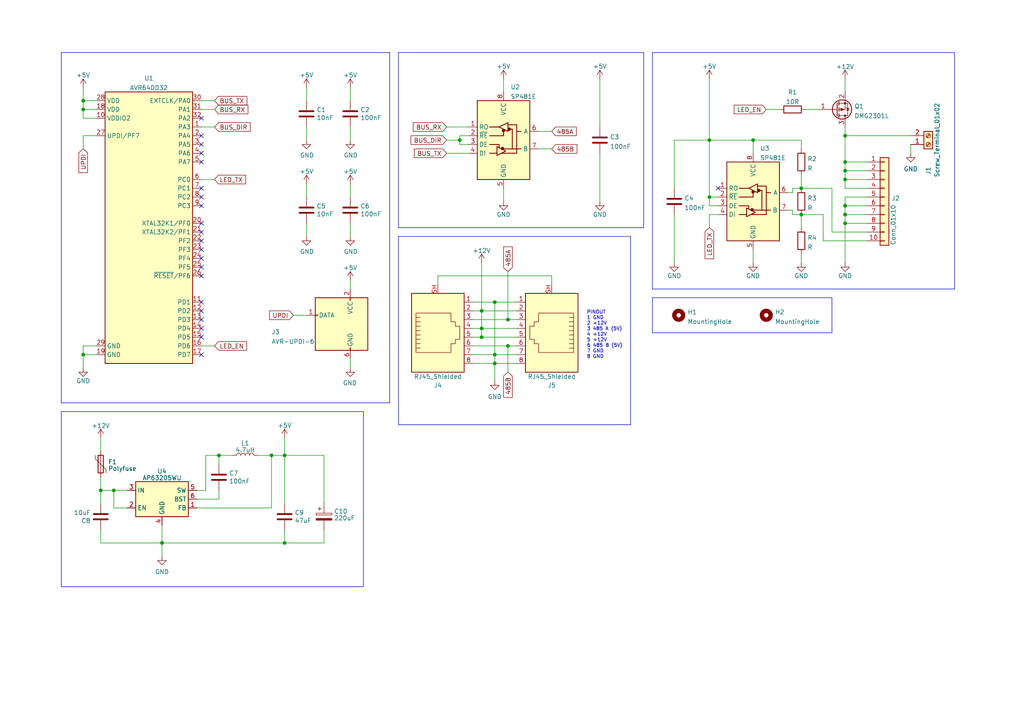
<source format=kicad_sch>
(kicad_sch (version 20230121) (generator eeschema)

  (uuid e63e39d7-6ac0-4ffd-8aa3-1841a4541b55)

  (paper "A4")

  (lib_symbols
    (symbol "Connector:AVR-UPDI-6" (pin_names (offset 1.016)) (in_bom yes) (on_board yes)
      (property "Reference" "J" (at -6.35 8.89 0)
        (effects (font (size 1.27 1.27)) (justify left))
      )
      (property "Value" "AVR-UPDI-6" (at 0 8.89 0)
        (effects (font (size 1.27 1.27)) (justify left))
      )
      (property "Footprint" "" (at -6.35 -1.27 90)
        (effects (font (size 1.27 1.27)) hide)
      )
      (property "Datasheet" "https://www.microchip.com/webdoc/GUID-9D10622A-5C16-4405-B092-1BDD437B4976/index.html?GUID-9B349315-2842-4189-B88C-49F4E1055D7F" (at -32.385 -13.97 0)
        (effects (font (size 1.27 1.27)) hide)
      )
      (property "ki_keywords" "AVR UPDI Connector" (at 0 0 0)
        (effects (font (size 1.27 1.27)) hide)
      )
      (property "ki_description" "Atmel 6-pin UPDI connector" (at 0 0 0)
        (effects (font (size 1.27 1.27)) hide)
      )
      (property "ki_fp_filters" "IDC?Header*2x03* Pin?Header*2x03*" (at 0 0 0)
        (effects (font (size 1.27 1.27)) hide)
      )
      (symbol "AVR-UPDI-6_0_1"
        (rectangle (start -2.667 -6.858) (end -2.413 -7.62)
          (stroke (width 0) (type default))
          (fill (type none))
        )
        (rectangle (start -2.667 7.62) (end -2.413 6.858)
          (stroke (width 0) (type default))
          (fill (type none))
        )
        (rectangle (start 7.62 2.667) (end 6.858 2.413)
          (stroke (width 0) (type default))
          (fill (type none))
        )
        (rectangle (start 7.62 7.62) (end -7.62 -7.62)
          (stroke (width 0.254) (type default))
          (fill (type background))
        )
      )
      (symbol "AVR-UPDI-6_1_1"
        (pin passive line (at 10.16 2.54 180) (length 2.54)
          (name "DATA" (effects (font (size 1.27 1.27))))
          (number "1" (effects (font (size 1.27 1.27))))
        )
        (pin passive line (at -2.54 10.16 270) (length 2.54)
          (name "VCC" (effects (font (size 1.27 1.27))))
          (number "2" (effects (font (size 1.27 1.27))))
        )
        (pin no_connect line (at 7.62 0 180) (length 2.54) hide
          (name "NC" (effects (font (size 1.27 1.27))))
          (number "3" (effects (font (size 1.27 1.27))))
        )
        (pin no_connect line (at 7.62 -2.54 180) (length 2.54) hide
          (name "NC" (effects (font (size 1.27 1.27))))
          (number "4" (effects (font (size 1.27 1.27))))
        )
        (pin no_connect line (at 7.62 -5.08 180) (length 2.54) hide
          (name "NC" (effects (font (size 1.27 1.27))))
          (number "5" (effects (font (size 1.27 1.27))))
        )
        (pin passive line (at -2.54 -10.16 90) (length 2.54)
          (name "GND" (effects (font (size 1.27 1.27))))
          (number "6" (effects (font (size 1.27 1.27))))
        )
      )
    )
    (symbol "Connector:RJ45_Shielded" (pin_names (offset 1.016)) (in_bom yes) (on_board yes)
      (property "Reference" "J" (at -5.08 13.97 0)
        (effects (font (size 1.27 1.27)) (justify right))
      )
      (property "Value" "RJ45_Shielded" (at 2.54 13.97 0)
        (effects (font (size 1.27 1.27)) (justify left))
      )
      (property "Footprint" "" (at 0 0.635 90)
        (effects (font (size 1.27 1.27)) hide)
      )
      (property "Datasheet" "~" (at 0 0.635 90)
        (effects (font (size 1.27 1.27)) hide)
      )
      (property "ki_keywords" "8P8C RJ jack socket connector" (at 0 0 0)
        (effects (font (size 1.27 1.27)) hide)
      )
      (property "ki_description" "RJ connector, 8P8C (8 positions 8 connected), Shielded" (at 0 0 0)
        (effects (font (size 1.27 1.27)) hide)
      )
      (property "ki_fp_filters" "8P8C* RJ31* RJ32* RJ33* RJ34* RJ35* RJ41* RJ45* RJ49* RJ61*" (at 0 0 0)
        (effects (font (size 1.27 1.27)) hide)
      )
      (symbol "RJ45_Shielded_0_1"
        (polyline
          (pts
            (xy -5.08 4.445)
            (xy -6.35 4.445)
          )
          (stroke (width 0) (type default))
          (fill (type none))
        )
        (polyline
          (pts
            (xy -5.08 5.715)
            (xy -6.35 5.715)
          )
          (stroke (width 0) (type default))
          (fill (type none))
        )
        (polyline
          (pts
            (xy -6.35 -3.175)
            (xy -5.08 -3.175)
            (xy -5.08 -3.175)
          )
          (stroke (width 0) (type default))
          (fill (type none))
        )
        (polyline
          (pts
            (xy -6.35 -1.905)
            (xy -5.08 -1.905)
            (xy -5.08 -1.905)
          )
          (stroke (width 0) (type default))
          (fill (type none))
        )
        (polyline
          (pts
            (xy -6.35 -0.635)
            (xy -5.08 -0.635)
            (xy -5.08 -0.635)
          )
          (stroke (width 0) (type default))
          (fill (type none))
        )
        (polyline
          (pts
            (xy -6.35 0.635)
            (xy -5.08 0.635)
            (xy -5.08 0.635)
          )
          (stroke (width 0) (type default))
          (fill (type none))
        )
        (polyline
          (pts
            (xy -6.35 1.905)
            (xy -5.08 1.905)
            (xy -5.08 1.905)
          )
          (stroke (width 0) (type default))
          (fill (type none))
        )
        (polyline
          (pts
            (xy -5.08 3.175)
            (xy -6.35 3.175)
            (xy -6.35 3.175)
          )
          (stroke (width 0) (type default))
          (fill (type none))
        )
        (polyline
          (pts
            (xy -6.35 -4.445)
            (xy -6.35 6.985)
            (xy 3.81 6.985)
            (xy 3.81 4.445)
            (xy 5.08 4.445)
            (xy 5.08 3.175)
            (xy 6.35 3.175)
            (xy 6.35 -0.635)
            (xy 5.08 -0.635)
            (xy 5.08 -1.905)
            (xy 3.81 -1.905)
            (xy 3.81 -4.445)
            (xy -6.35 -4.445)
            (xy -6.35 -4.445)
          )
          (stroke (width 0) (type default))
          (fill (type none))
        )
        (rectangle (start 7.62 12.7) (end -7.62 -10.16)
          (stroke (width 0.254) (type default))
          (fill (type background))
        )
      )
      (symbol "RJ45_Shielded_1_1"
        (pin passive line (at 10.16 -7.62 180) (length 2.54)
          (name "~" (effects (font (size 1.27 1.27))))
          (number "1" (effects (font (size 1.27 1.27))))
        )
        (pin passive line (at 10.16 -5.08 180) (length 2.54)
          (name "~" (effects (font (size 1.27 1.27))))
          (number "2" (effects (font (size 1.27 1.27))))
        )
        (pin passive line (at 10.16 -2.54 180) (length 2.54)
          (name "~" (effects (font (size 1.27 1.27))))
          (number "3" (effects (font (size 1.27 1.27))))
        )
        (pin passive line (at 10.16 0 180) (length 2.54)
          (name "~" (effects (font (size 1.27 1.27))))
          (number "4" (effects (font (size 1.27 1.27))))
        )
        (pin passive line (at 10.16 2.54 180) (length 2.54)
          (name "~" (effects (font (size 1.27 1.27))))
          (number "5" (effects (font (size 1.27 1.27))))
        )
        (pin passive line (at 10.16 5.08 180) (length 2.54)
          (name "~" (effects (font (size 1.27 1.27))))
          (number "6" (effects (font (size 1.27 1.27))))
        )
        (pin passive line (at 10.16 7.62 180) (length 2.54)
          (name "~" (effects (font (size 1.27 1.27))))
          (number "7" (effects (font (size 1.27 1.27))))
        )
        (pin passive line (at 10.16 10.16 180) (length 2.54)
          (name "~" (effects (font (size 1.27 1.27))))
          (number "8" (effects (font (size 1.27 1.27))))
        )
        (pin passive line (at 0 -12.7 90) (length 2.54)
          (name "~" (effects (font (size 1.27 1.27))))
          (number "SH" (effects (font (size 1.27 1.27))))
        )
      )
    )
    (symbol "Connector:Screw_Terminal_01x02" (pin_names (offset 1.016) hide) (in_bom yes) (on_board yes)
      (property "Reference" "J" (at 0 2.54 0)
        (effects (font (size 1.27 1.27)))
      )
      (property "Value" "Screw_Terminal_01x02" (at 0 -5.08 0)
        (effects (font (size 1.27 1.27)))
      )
      (property "Footprint" "" (at 0 0 0)
        (effects (font (size 1.27 1.27)) hide)
      )
      (property "Datasheet" "~" (at 0 0 0)
        (effects (font (size 1.27 1.27)) hide)
      )
      (property "ki_keywords" "screw terminal" (at 0 0 0)
        (effects (font (size 1.27 1.27)) hide)
      )
      (property "ki_description" "Generic screw terminal, single row, 01x02, script generated (kicad-library-utils/schlib/autogen/connector/)" (at 0 0 0)
        (effects (font (size 1.27 1.27)) hide)
      )
      (property "ki_fp_filters" "TerminalBlock*:*" (at 0 0 0)
        (effects (font (size 1.27 1.27)) hide)
      )
      (symbol "Screw_Terminal_01x02_1_1"
        (rectangle (start -1.27 1.27) (end 1.27 -3.81)
          (stroke (width 0.254) (type default))
          (fill (type background))
        )
        (circle (center 0 -2.54) (radius 0.635)
          (stroke (width 0.1524) (type default))
          (fill (type none))
        )
        (polyline
          (pts
            (xy -0.5334 -2.2098)
            (xy 0.3302 -3.048)
          )
          (stroke (width 0.1524) (type default))
          (fill (type none))
        )
        (polyline
          (pts
            (xy -0.5334 0.3302)
            (xy 0.3302 -0.508)
          )
          (stroke (width 0.1524) (type default))
          (fill (type none))
        )
        (polyline
          (pts
            (xy -0.3556 -2.032)
            (xy 0.508 -2.8702)
          )
          (stroke (width 0.1524) (type default))
          (fill (type none))
        )
        (polyline
          (pts
            (xy -0.3556 0.508)
            (xy 0.508 -0.3302)
          )
          (stroke (width 0.1524) (type default))
          (fill (type none))
        )
        (circle (center 0 0) (radius 0.635)
          (stroke (width 0.1524) (type default))
          (fill (type none))
        )
        (pin passive line (at -5.08 0 0) (length 3.81)
          (name "Pin_1" (effects (font (size 1.27 1.27))))
          (number "1" (effects (font (size 1.27 1.27))))
        )
        (pin passive line (at -5.08 -2.54 0) (length 3.81)
          (name "Pin_2" (effects (font (size 1.27 1.27))))
          (number "2" (effects (font (size 1.27 1.27))))
        )
      )
    )
    (symbol "Connector_Generic:Conn_01x10" (pin_names (offset 1.016) hide) (in_bom yes) (on_board yes)
      (property "Reference" "J" (at 0 12.7 0)
        (effects (font (size 1.27 1.27)))
      )
      (property "Value" "Conn_01x10" (at 0 -15.24 0)
        (effects (font (size 1.27 1.27)))
      )
      (property "Footprint" "" (at 0 0 0)
        (effects (font (size 1.27 1.27)) hide)
      )
      (property "Datasheet" "~" (at 0 0 0)
        (effects (font (size 1.27 1.27)) hide)
      )
      (property "ki_keywords" "connector" (at 0 0 0)
        (effects (font (size 1.27 1.27)) hide)
      )
      (property "ki_description" "Generic connector, single row, 01x10, script generated (kicad-library-utils/schlib/autogen/connector/)" (at 0 0 0)
        (effects (font (size 1.27 1.27)) hide)
      )
      (property "ki_fp_filters" "Connector*:*_1x??_*" (at 0 0 0)
        (effects (font (size 1.27 1.27)) hide)
      )
      (symbol "Conn_01x10_1_1"
        (rectangle (start -1.27 -12.573) (end 0 -12.827)
          (stroke (width 0.1524) (type default))
          (fill (type none))
        )
        (rectangle (start -1.27 -10.033) (end 0 -10.287)
          (stroke (width 0.1524) (type default))
          (fill (type none))
        )
        (rectangle (start -1.27 -7.493) (end 0 -7.747)
          (stroke (width 0.1524) (type default))
          (fill (type none))
        )
        (rectangle (start -1.27 -4.953) (end 0 -5.207)
          (stroke (width 0.1524) (type default))
          (fill (type none))
        )
        (rectangle (start -1.27 -2.413) (end 0 -2.667)
          (stroke (width 0.1524) (type default))
          (fill (type none))
        )
        (rectangle (start -1.27 0.127) (end 0 -0.127)
          (stroke (width 0.1524) (type default))
          (fill (type none))
        )
        (rectangle (start -1.27 2.667) (end 0 2.413)
          (stroke (width 0.1524) (type default))
          (fill (type none))
        )
        (rectangle (start -1.27 5.207) (end 0 4.953)
          (stroke (width 0.1524) (type default))
          (fill (type none))
        )
        (rectangle (start -1.27 7.747) (end 0 7.493)
          (stroke (width 0.1524) (type default))
          (fill (type none))
        )
        (rectangle (start -1.27 10.287) (end 0 10.033)
          (stroke (width 0.1524) (type default))
          (fill (type none))
        )
        (rectangle (start -1.27 11.43) (end 1.27 -13.97)
          (stroke (width 0.254) (type default))
          (fill (type background))
        )
        (pin passive line (at -5.08 10.16 0) (length 3.81)
          (name "Pin_1" (effects (font (size 1.27 1.27))))
          (number "1" (effects (font (size 1.27 1.27))))
        )
        (pin passive line (at -5.08 -12.7 0) (length 3.81)
          (name "Pin_10" (effects (font (size 1.27 1.27))))
          (number "10" (effects (font (size 1.27 1.27))))
        )
        (pin passive line (at -5.08 7.62 0) (length 3.81)
          (name "Pin_2" (effects (font (size 1.27 1.27))))
          (number "2" (effects (font (size 1.27 1.27))))
        )
        (pin passive line (at -5.08 5.08 0) (length 3.81)
          (name "Pin_3" (effects (font (size 1.27 1.27))))
          (number "3" (effects (font (size 1.27 1.27))))
        )
        (pin passive line (at -5.08 2.54 0) (length 3.81)
          (name "Pin_4" (effects (font (size 1.27 1.27))))
          (number "4" (effects (font (size 1.27 1.27))))
        )
        (pin passive line (at -5.08 0 0) (length 3.81)
          (name "Pin_5" (effects (font (size 1.27 1.27))))
          (number "5" (effects (font (size 1.27 1.27))))
        )
        (pin passive line (at -5.08 -2.54 0) (length 3.81)
          (name "Pin_6" (effects (font (size 1.27 1.27))))
          (number "6" (effects (font (size 1.27 1.27))))
        )
        (pin passive line (at -5.08 -5.08 0) (length 3.81)
          (name "Pin_7" (effects (font (size 1.27 1.27))))
          (number "7" (effects (font (size 1.27 1.27))))
        )
        (pin passive line (at -5.08 -7.62 0) (length 3.81)
          (name "Pin_8" (effects (font (size 1.27 1.27))))
          (number "8" (effects (font (size 1.27 1.27))))
        )
        (pin passive line (at -5.08 -10.16 0) (length 3.81)
          (name "Pin_9" (effects (font (size 1.27 1.27))))
          (number "9" (effects (font (size 1.27 1.27))))
        )
      )
    )
    (symbol "Device:C" (pin_numbers hide) (pin_names (offset 0.254)) (in_bom yes) (on_board yes)
      (property "Reference" "C" (at 0.635 2.54 0)
        (effects (font (size 1.27 1.27)) (justify left))
      )
      (property "Value" "C" (at 0.635 -2.54 0)
        (effects (font (size 1.27 1.27)) (justify left))
      )
      (property "Footprint" "" (at 0.9652 -3.81 0)
        (effects (font (size 1.27 1.27)) hide)
      )
      (property "Datasheet" "~" (at 0 0 0)
        (effects (font (size 1.27 1.27)) hide)
      )
      (property "ki_keywords" "cap capacitor" (at 0 0 0)
        (effects (font (size 1.27 1.27)) hide)
      )
      (property "ki_description" "Unpolarized capacitor" (at 0 0 0)
        (effects (font (size 1.27 1.27)) hide)
      )
      (property "ki_fp_filters" "C_*" (at 0 0 0)
        (effects (font (size 1.27 1.27)) hide)
      )
      (symbol "C_0_1"
        (polyline
          (pts
            (xy -2.032 -0.762)
            (xy 2.032 -0.762)
          )
          (stroke (width 0.508) (type default))
          (fill (type none))
        )
        (polyline
          (pts
            (xy -2.032 0.762)
            (xy 2.032 0.762)
          )
          (stroke (width 0.508) (type default))
          (fill (type none))
        )
      )
      (symbol "C_1_1"
        (pin passive line (at 0 3.81 270) (length 2.794)
          (name "~" (effects (font (size 1.27 1.27))))
          (number "1" (effects (font (size 1.27 1.27))))
        )
        (pin passive line (at 0 -3.81 90) (length 2.794)
          (name "~" (effects (font (size 1.27 1.27))))
          (number "2" (effects (font (size 1.27 1.27))))
        )
      )
    )
    (symbol "Device:C_Polarized" (pin_numbers hide) (pin_names (offset 0.254)) (in_bom yes) (on_board yes)
      (property "Reference" "C" (at 0.635 2.54 0)
        (effects (font (size 1.27 1.27)) (justify left))
      )
      (property "Value" "C_Polarized" (at 0.635 -2.54 0)
        (effects (font (size 1.27 1.27)) (justify left))
      )
      (property "Footprint" "" (at 0.9652 -3.81 0)
        (effects (font (size 1.27 1.27)) hide)
      )
      (property "Datasheet" "~" (at 0 0 0)
        (effects (font (size 1.27 1.27)) hide)
      )
      (property "ki_keywords" "cap capacitor" (at 0 0 0)
        (effects (font (size 1.27 1.27)) hide)
      )
      (property "ki_description" "Polarized capacitor" (at 0 0 0)
        (effects (font (size 1.27 1.27)) hide)
      )
      (property "ki_fp_filters" "CP_*" (at 0 0 0)
        (effects (font (size 1.27 1.27)) hide)
      )
      (symbol "C_Polarized_0_1"
        (rectangle (start -2.286 0.508) (end 2.286 1.016)
          (stroke (width 0) (type default))
          (fill (type none))
        )
        (polyline
          (pts
            (xy -1.778 2.286)
            (xy -0.762 2.286)
          )
          (stroke (width 0) (type default))
          (fill (type none))
        )
        (polyline
          (pts
            (xy -1.27 2.794)
            (xy -1.27 1.778)
          )
          (stroke (width 0) (type default))
          (fill (type none))
        )
        (rectangle (start 2.286 -0.508) (end -2.286 -1.016)
          (stroke (width 0) (type default))
          (fill (type outline))
        )
      )
      (symbol "C_Polarized_1_1"
        (pin passive line (at 0 3.81 270) (length 2.794)
          (name "~" (effects (font (size 1.27 1.27))))
          (number "1" (effects (font (size 1.27 1.27))))
        )
        (pin passive line (at 0 -3.81 90) (length 2.794)
          (name "~" (effects (font (size 1.27 1.27))))
          (number "2" (effects (font (size 1.27 1.27))))
        )
      )
    )
    (symbol "Device:L" (pin_numbers hide) (pin_names (offset 1.016) hide) (in_bom yes) (on_board yes)
      (property "Reference" "L" (at -1.27 0 90)
        (effects (font (size 1.27 1.27)))
      )
      (property "Value" "L" (at 1.905 0 90)
        (effects (font (size 1.27 1.27)))
      )
      (property "Footprint" "" (at 0 0 0)
        (effects (font (size 1.27 1.27)) hide)
      )
      (property "Datasheet" "~" (at 0 0 0)
        (effects (font (size 1.27 1.27)) hide)
      )
      (property "ki_keywords" "inductor choke coil reactor magnetic" (at 0 0 0)
        (effects (font (size 1.27 1.27)) hide)
      )
      (property "ki_description" "Inductor" (at 0 0 0)
        (effects (font (size 1.27 1.27)) hide)
      )
      (property "ki_fp_filters" "Choke_* *Coil* Inductor_* L_*" (at 0 0 0)
        (effects (font (size 1.27 1.27)) hide)
      )
      (symbol "L_0_1"
        (arc (start 0 -2.54) (mid 0.6323 -1.905) (end 0 -1.27)
          (stroke (width 0) (type default))
          (fill (type none))
        )
        (arc (start 0 -1.27) (mid 0.6323 -0.635) (end 0 0)
          (stroke (width 0) (type default))
          (fill (type none))
        )
        (arc (start 0 0) (mid 0.6323 0.635) (end 0 1.27)
          (stroke (width 0) (type default))
          (fill (type none))
        )
        (arc (start 0 1.27) (mid 0.6323 1.905) (end 0 2.54)
          (stroke (width 0) (type default))
          (fill (type none))
        )
      )
      (symbol "L_1_1"
        (pin passive line (at 0 3.81 270) (length 1.27)
          (name "1" (effects (font (size 1.27 1.27))))
          (number "1" (effects (font (size 1.27 1.27))))
        )
        (pin passive line (at 0 -3.81 90) (length 1.27)
          (name "2" (effects (font (size 1.27 1.27))))
          (number "2" (effects (font (size 1.27 1.27))))
        )
      )
    )
    (symbol "Device:Polyfuse" (pin_numbers hide) (pin_names (offset 0)) (in_bom yes) (on_board yes)
      (property "Reference" "F" (at -2.54 0 90)
        (effects (font (size 1.27 1.27)))
      )
      (property "Value" "Polyfuse" (at 2.54 0 90)
        (effects (font (size 1.27 1.27)))
      )
      (property "Footprint" "" (at 1.27 -5.08 0)
        (effects (font (size 1.27 1.27)) (justify left) hide)
      )
      (property "Datasheet" "~" (at 0 0 0)
        (effects (font (size 1.27 1.27)) hide)
      )
      (property "ki_keywords" "resettable fuse PTC PPTC polyfuse polyswitch" (at 0 0 0)
        (effects (font (size 1.27 1.27)) hide)
      )
      (property "ki_description" "Resettable fuse, polymeric positive temperature coefficient" (at 0 0 0)
        (effects (font (size 1.27 1.27)) hide)
      )
      (property "ki_fp_filters" "*polyfuse* *PTC*" (at 0 0 0)
        (effects (font (size 1.27 1.27)) hide)
      )
      (symbol "Polyfuse_0_1"
        (rectangle (start -0.762 2.54) (end 0.762 -2.54)
          (stroke (width 0.254) (type default))
          (fill (type none))
        )
        (polyline
          (pts
            (xy 0 2.54)
            (xy 0 -2.54)
          )
          (stroke (width 0) (type default))
          (fill (type none))
        )
        (polyline
          (pts
            (xy -1.524 2.54)
            (xy -1.524 1.524)
            (xy 1.524 -1.524)
            (xy 1.524 -2.54)
          )
          (stroke (width 0) (type default))
          (fill (type none))
        )
      )
      (symbol "Polyfuse_1_1"
        (pin passive line (at 0 3.81 270) (length 1.27)
          (name "~" (effects (font (size 1.27 1.27))))
          (number "1" (effects (font (size 1.27 1.27))))
        )
        (pin passive line (at 0 -3.81 90) (length 1.27)
          (name "~" (effects (font (size 1.27 1.27))))
          (number "2" (effects (font (size 1.27 1.27))))
        )
      )
    )
    (symbol "Device:R" (pin_numbers hide) (pin_names (offset 0)) (in_bom yes) (on_board yes)
      (property "Reference" "R" (at 2.032 0 90)
        (effects (font (size 1.27 1.27)))
      )
      (property "Value" "R" (at 0 0 90)
        (effects (font (size 1.27 1.27)))
      )
      (property "Footprint" "" (at -1.778 0 90)
        (effects (font (size 1.27 1.27)) hide)
      )
      (property "Datasheet" "~" (at 0 0 0)
        (effects (font (size 1.27 1.27)) hide)
      )
      (property "ki_keywords" "R res resistor" (at 0 0 0)
        (effects (font (size 1.27 1.27)) hide)
      )
      (property "ki_description" "Resistor" (at 0 0 0)
        (effects (font (size 1.27 1.27)) hide)
      )
      (property "ki_fp_filters" "R_*" (at 0 0 0)
        (effects (font (size 1.27 1.27)) hide)
      )
      (symbol "R_0_1"
        (rectangle (start -1.016 -2.54) (end 1.016 2.54)
          (stroke (width 0.254) (type default))
          (fill (type none))
        )
      )
      (symbol "R_1_1"
        (pin passive line (at 0 3.81 270) (length 1.27)
          (name "~" (effects (font (size 1.27 1.27))))
          (number "1" (effects (font (size 1.27 1.27))))
        )
        (pin passive line (at 0 -3.81 90) (length 1.27)
          (name "~" (effects (font (size 1.27 1.27))))
          (number "2" (effects (font (size 1.27 1.27))))
        )
      )
    )
    (symbol "Mechanical:MountingHole" (pin_names (offset 1.016)) (in_bom yes) (on_board yes)
      (property "Reference" "H" (at 0 5.08 0)
        (effects (font (size 1.27 1.27)))
      )
      (property "Value" "MountingHole" (at 0 3.175 0)
        (effects (font (size 1.27 1.27)))
      )
      (property "Footprint" "" (at 0 0 0)
        (effects (font (size 1.27 1.27)) hide)
      )
      (property "Datasheet" "~" (at 0 0 0)
        (effects (font (size 1.27 1.27)) hide)
      )
      (property "ki_keywords" "mounting hole" (at 0 0 0)
        (effects (font (size 1.27 1.27)) hide)
      )
      (property "ki_description" "Mounting Hole without connection" (at 0 0 0)
        (effects (font (size 1.27 1.27)) hide)
      )
      (property "ki_fp_filters" "MountingHole*" (at 0 0 0)
        (effects (font (size 1.27 1.27)) hide)
      )
      (symbol "MountingHole_0_1"
        (circle (center 0 0) (radius 1.27)
          (stroke (width 1.27) (type default))
          (fill (type none))
        )
      )
    )
    (symbol "Regulator_Switching:AP63205WU" (in_bom yes) (on_board yes)
      (property "Reference" "U" (at -7.62 6.35 0)
        (effects (font (size 1.27 1.27)))
      )
      (property "Value" "AP63205WU" (at 2.54 6.35 0)
        (effects (font (size 1.27 1.27)))
      )
      (property "Footprint" "Package_TO_SOT_SMD:TSOT-23-6" (at 0 -22.86 0)
        (effects (font (size 1.27 1.27)) hide)
      )
      (property "Datasheet" "https://www.diodes.com/assets/Datasheets/AP63200-AP63201-AP63203-AP63205.pdf" (at 0 0 0)
        (effects (font (size 1.27 1.27)) hide)
      )
      (property "ki_keywords" "2A Buck DC/DC" (at 0 0 0)
        (effects (font (size 1.27 1.27)) hide)
      )
      (property "ki_description" "2A, 1.1MHz Buck DC/DC Converter, fixed 5.0V output voltage, TSOT-23-6" (at 0 0 0)
        (effects (font (size 1.27 1.27)) hide)
      )
      (property "ki_fp_filters" "TSOT?23*" (at 0 0 0)
        (effects (font (size 1.27 1.27)) hide)
      )
      (symbol "AP63205WU_0_1"
        (rectangle (start -7.62 5.08) (end 7.62 -5.08)
          (stroke (width 0.254) (type default))
          (fill (type background))
        )
      )
      (symbol "AP63205WU_1_1"
        (pin input line (at 10.16 -2.54 180) (length 2.54)
          (name "FB" (effects (font (size 1.27 1.27))))
          (number "1" (effects (font (size 1.27 1.27))))
        )
        (pin input line (at -10.16 -2.54 0) (length 2.54)
          (name "EN" (effects (font (size 1.27 1.27))))
          (number "2" (effects (font (size 1.27 1.27))))
        )
        (pin power_in line (at -10.16 2.54 0) (length 2.54)
          (name "IN" (effects (font (size 1.27 1.27))))
          (number "3" (effects (font (size 1.27 1.27))))
        )
        (pin power_in line (at 0 -7.62 90) (length 2.54)
          (name "GND" (effects (font (size 1.27 1.27))))
          (number "4" (effects (font (size 1.27 1.27))))
        )
        (pin output line (at 10.16 2.54 180) (length 2.54)
          (name "SW" (effects (font (size 1.27 1.27))))
          (number "5" (effects (font (size 1.27 1.27))))
        )
        (pin passive line (at 10.16 0 180) (length 2.54)
          (name "BST" (effects (font (size 1.27 1.27))))
          (number "6" (effects (font (size 1.27 1.27))))
        )
      )
    )
    (symbol "Transistor_FET:DMG2301L" (pin_names hide) (in_bom yes) (on_board yes)
      (property "Reference" "Q" (at 5.08 1.905 0)
        (effects (font (size 1.27 1.27)) (justify left))
      )
      (property "Value" "DMG2301L" (at 5.08 0 0)
        (effects (font (size 1.27 1.27)) (justify left))
      )
      (property "Footprint" "Package_TO_SOT_SMD:SOT-23" (at 5.08 -1.905 0)
        (effects (font (size 1.27 1.27) italic) (justify left) hide)
      )
      (property "Datasheet" "https://www.diodes.com/assets/Datasheets/DMG2301L.pdf" (at 0 0 0)
        (effects (font (size 1.27 1.27)) (justify left) hide)
      )
      (property "ki_keywords" "P-Channel MOSFET" (at 0 0 0)
        (effects (font (size 1.27 1.27)) hide)
      )
      (property "ki_description" "-3A Id, -20V Vds, P-Channel MOSFET, SOT-23" (at 0 0 0)
        (effects (font (size 1.27 1.27)) hide)
      )
      (property "ki_fp_filters" "SOT?23*" (at 0 0 0)
        (effects (font (size 1.27 1.27)) hide)
      )
      (symbol "DMG2301L_0_1"
        (polyline
          (pts
            (xy 0.254 0)
            (xy -2.54 0)
          )
          (stroke (width 0) (type default))
          (fill (type none))
        )
        (polyline
          (pts
            (xy 0.254 1.905)
            (xy 0.254 -1.905)
          )
          (stroke (width 0.254) (type default))
          (fill (type none))
        )
        (polyline
          (pts
            (xy 0.762 -1.27)
            (xy 0.762 -2.286)
          )
          (stroke (width 0.254) (type default))
          (fill (type none))
        )
        (polyline
          (pts
            (xy 0.762 0.508)
            (xy 0.762 -0.508)
          )
          (stroke (width 0.254) (type default))
          (fill (type none))
        )
        (polyline
          (pts
            (xy 0.762 2.286)
            (xy 0.762 1.27)
          )
          (stroke (width 0.254) (type default))
          (fill (type none))
        )
        (polyline
          (pts
            (xy 2.54 2.54)
            (xy 2.54 1.778)
          )
          (stroke (width 0) (type default))
          (fill (type none))
        )
        (polyline
          (pts
            (xy 2.54 -2.54)
            (xy 2.54 0)
            (xy 0.762 0)
          )
          (stroke (width 0) (type default))
          (fill (type none))
        )
        (polyline
          (pts
            (xy 0.762 1.778)
            (xy 3.302 1.778)
            (xy 3.302 -1.778)
            (xy 0.762 -1.778)
          )
          (stroke (width 0) (type default))
          (fill (type none))
        )
        (polyline
          (pts
            (xy 2.286 0)
            (xy 1.27 0.381)
            (xy 1.27 -0.381)
            (xy 2.286 0)
          )
          (stroke (width 0) (type default))
          (fill (type outline))
        )
        (polyline
          (pts
            (xy 2.794 -0.508)
            (xy 2.921 -0.381)
            (xy 3.683 -0.381)
            (xy 3.81 -0.254)
          )
          (stroke (width 0) (type default))
          (fill (type none))
        )
        (polyline
          (pts
            (xy 3.302 -0.381)
            (xy 2.921 0.254)
            (xy 3.683 0.254)
            (xy 3.302 -0.381)
          )
          (stroke (width 0) (type default))
          (fill (type none))
        )
        (circle (center 1.651 0) (radius 2.794)
          (stroke (width 0.254) (type default))
          (fill (type none))
        )
        (circle (center 2.54 -1.778) (radius 0.254)
          (stroke (width 0) (type default))
          (fill (type outline))
        )
        (circle (center 2.54 1.778) (radius 0.254)
          (stroke (width 0) (type default))
          (fill (type outline))
        )
      )
      (symbol "DMG2301L_1_1"
        (pin input line (at -5.08 0 0) (length 2.54)
          (name "G" (effects (font (size 1.27 1.27))))
          (number "1" (effects (font (size 1.27 1.27))))
        )
        (pin passive line (at 2.54 -5.08 90) (length 2.54)
          (name "S" (effects (font (size 1.27 1.27))))
          (number "2" (effects (font (size 1.27 1.27))))
        )
        (pin passive line (at 2.54 5.08 270) (length 2.54)
          (name "D" (effects (font (size 1.27 1.27))))
          (number "3" (effects (font (size 1.27 1.27))))
        )
      )
    )
    (symbol "kiu:AVR64DD32" (in_bom yes) (on_board yes)
      (property "Reference" "U" (at -12.7 -19.05 0)
        (effects (font (size 1.27 1.27)))
      )
      (property "Value" "AVR64DD32" (at 7.62 -19.05 0)
        (effects (font (size 1.27 1.27)))
      )
      (property "Footprint" "" (at 0 0 0)
        (effects (font (size 1.27 1.27)) hide)
      )
      (property "Datasheet" "" (at 0 0 0)
        (effects (font (size 1.27 1.27)) hide)
      )
      (symbol "AVR64DD32_0_1"
        (rectangle (start -12.7 -20.32) (end 12.7 -99.06)
          (stroke (width 0.254) (type default))
          (fill (type background))
        )
      )
      (symbol "AVR64DD32_1_1"
        (pin bidirectional line (at 15.24 -30.48 180) (length 2.54)
          (name "PA3" (effects (font (size 1.27 1.27))))
          (number "1" (effects (font (size 1.27 1.27))))
        )
        (pin power_in line (at -15.24 -27.94 0) (length 2.54)
          (name "VDDIO2" (effects (font (size 1.27 1.27))))
          (number "10" (effects (font (size 1.27 1.27))))
        )
        (pin bidirectional line (at 15.24 -81.28 180) (length 2.54)
          (name "PD1" (effects (font (size 1.27 1.27))))
          (number "11" (effects (font (size 1.27 1.27))))
        )
        (pin bidirectional line (at 15.24 -83.82 180) (length 2.54)
          (name "PD2" (effects (font (size 1.27 1.27))))
          (number "12" (effects (font (size 1.27 1.27))))
        )
        (pin bidirectional line (at 15.24 -86.36 180) (length 2.54)
          (name "PD3" (effects (font (size 1.27 1.27))))
          (number "13" (effects (font (size 1.27 1.27))))
        )
        (pin bidirectional line (at 15.24 -88.9 180) (length 2.54)
          (name "PD4" (effects (font (size 1.27 1.27))))
          (number "14" (effects (font (size 1.27 1.27))))
        )
        (pin bidirectional line (at 15.24 -91.44 180) (length 2.54)
          (name "PD5" (effects (font (size 1.27 1.27))))
          (number "15" (effects (font (size 1.27 1.27))))
        )
        (pin bidirectional line (at 15.24 -93.98 180) (length 2.54)
          (name "PD6" (effects (font (size 1.27 1.27))))
          (number "16" (effects (font (size 1.27 1.27))))
        )
        (pin bidirectional line (at 15.24 -96.52 180) (length 2.54)
          (name "PD7" (effects (font (size 1.27 1.27))))
          (number "17" (effects (font (size 1.27 1.27))))
        )
        (pin power_in line (at -15.24 -25.4 0) (length 2.54)
          (name "VDD" (effects (font (size 1.27 1.27))))
          (number "18" (effects (font (size 1.27 1.27))))
        )
        (pin power_in line (at -15.24 -96.52 0) (length 2.54)
          (name "GND" (effects (font (size 1.27 1.27))))
          (number "19" (effects (font (size 1.27 1.27))))
        )
        (pin bidirectional line (at 15.24 -33.02 180) (length 2.54)
          (name "PA4" (effects (font (size 1.27 1.27))))
          (number "2" (effects (font (size 1.27 1.27))))
        )
        (pin bidirectional line (at 15.24 -58.42 180) (length 2.54)
          (name "XTAL32K1/PF0" (effects (font (size 1.27 1.27))))
          (number "20" (effects (font (size 1.27 1.27))))
        )
        (pin bidirectional line (at 15.24 -60.96 180) (length 2.54)
          (name "XTAL32K2/PF1" (effects (font (size 1.27 1.27))))
          (number "21" (effects (font (size 1.27 1.27))))
        )
        (pin bidirectional line (at 15.24 -63.5 180) (length 2.54)
          (name "PF2" (effects (font (size 1.27 1.27))))
          (number "22" (effects (font (size 1.27 1.27))))
        )
        (pin bidirectional line (at 15.24 -66.04 180) (length 2.54)
          (name "PF3" (effects (font (size 1.27 1.27))))
          (number "23" (effects (font (size 1.27 1.27))))
        )
        (pin bidirectional line (at 15.24 -68.58 180) (length 2.54)
          (name "PF4" (effects (font (size 1.27 1.27))))
          (number "24" (effects (font (size 1.27 1.27))))
        )
        (pin bidirectional line (at 15.24 -71.12 180) (length 2.54)
          (name "PF5" (effects (font (size 1.27 1.27))))
          (number "25" (effects (font (size 1.27 1.27))))
        )
        (pin input line (at 15.24 -73.66 180) (length 2.54)
          (name "~{RESET}/PF6" (effects (font (size 1.27 1.27))))
          (number "26" (effects (font (size 1.27 1.27))))
        )
        (pin input line (at -15.24 -33.02 0) (length 2.54)
          (name "UPDI/PF7" (effects (font (size 1.27 1.27))))
          (number "27" (effects (font (size 1.27 1.27))))
        )
        (pin power_in line (at -15.24 -22.86 0) (length 2.54)
          (name "VDD" (effects (font (size 1.27 1.27))))
          (number "28" (effects (font (size 1.27 1.27))))
        )
        (pin power_in line (at -15.24 -93.98 0) (length 2.54)
          (name "GND" (effects (font (size 1.27 1.27))))
          (number "29" (effects (font (size 1.27 1.27))))
        )
        (pin bidirectional line (at 15.24 -35.56 180) (length 2.54)
          (name "PA5" (effects (font (size 1.27 1.27))))
          (number "3" (effects (font (size 1.27 1.27))))
        )
        (pin bidirectional line (at 15.24 -22.86 180) (length 2.54)
          (name "EXTCLK/PA0" (effects (font (size 1.27 1.27))))
          (number "30" (effects (font (size 1.27 1.27))))
        )
        (pin bidirectional line (at 15.24 -25.4 180) (length 2.54)
          (name "PA1" (effects (font (size 1.27 1.27))))
          (number "31" (effects (font (size 1.27 1.27))))
        )
        (pin bidirectional line (at 15.24 -27.94 180) (length 2.54)
          (name "PA2" (effects (font (size 1.27 1.27))))
          (number "32" (effects (font (size 1.27 1.27))))
        )
        (pin bidirectional line (at 15.24 -38.1 180) (length 2.54)
          (name "PA6" (effects (font (size 1.27 1.27))))
          (number "4" (effects (font (size 1.27 1.27))))
        )
        (pin bidirectional line (at 15.24 -40.64 180) (length 2.54)
          (name "PA7" (effects (font (size 1.27 1.27))))
          (number "5" (effects (font (size 1.27 1.27))))
        )
        (pin bidirectional line (at 15.24 -45.72 180) (length 2.54)
          (name "PC0" (effects (font (size 1.27 1.27))))
          (number "6" (effects (font (size 1.27 1.27))))
        )
        (pin bidirectional line (at 15.24 -48.26 180) (length 2.54)
          (name "PC1" (effects (font (size 1.27 1.27))))
          (number "7" (effects (font (size 1.27 1.27))))
        )
        (pin bidirectional line (at 15.24 -50.8 180) (length 2.54)
          (name "PC2" (effects (font (size 1.27 1.27))))
          (number "8" (effects (font (size 1.27 1.27))))
        )
        (pin bidirectional line (at 15.24 -53.34 180) (length 2.54)
          (name "PC3" (effects (font (size 1.27 1.27))))
          (number "9" (effects (font (size 1.27 1.27))))
        )
      )
    )
    (symbol "kiu:SP481E" (in_bom yes) (on_board yes)
      (property "Reference" "U" (at 3.81 12.7 0)
        (effects (font (size 1.27 1.27)))
      )
      (property "Value" "SP481E" (at 7.62 -12.7 0)
        (effects (font (size 1.27 1.27)) (justify right))
      )
      (property "Footprint" "" (at 0 0 0)
        (effects (font (size 1.27 1.27)) hide)
      )
      (property "Datasheet" "" (at 0 0 0)
        (effects (font (size 1.27 1.27)) hide)
      )
      (symbol "SP481E_0_1"
        (rectangle (start -7.62 11.43) (end 7.62 -11.43)
          (stroke (width 0.254) (type default))
          (fill (type background))
        )
        (circle (center -0.3048 -2.413) (radius 0.3556)
          (stroke (width 0.254) (type default))
          (fill (type outline))
        )
        (circle (center -0.0254 2.7686) (radius 0.3556)
          (stroke (width 0.254) (type default))
          (fill (type outline))
        )
        (polyline
          (pts
            (xy -4.064 -3.81)
            (xy -1.905 -3.81)
          )
          (stroke (width 0.254) (type default))
          (fill (type none))
        )
        (polyline
          (pts
            (xy -4.064 3.81)
            (xy -1.27 3.81)
          )
          (stroke (width 0.254) (type default))
          (fill (type none))
        )
        (polyline
          (pts
            (xy -1.27 -1.9304)
            (xy -1.27 -2.1844)
          )
          (stroke (width 0.254) (type default))
          (fill (type none))
        )
        (polyline
          (pts
            (xy -0.635 -3.81)
            (xy 3.81 -3.81)
          )
          (stroke (width 0.254) (type default))
          (fill (type none))
        )
        (polyline
          (pts
            (xy 1.27 3.175)
            (xy 2.54 3.175)
          )
          (stroke (width 0.254) (type default))
          (fill (type none))
        )
        (polyline
          (pts
            (xy 2.54 -2.54)
            (xy 5.08 -2.54)
          )
          (stroke (width 0.254) (type default))
          (fill (type none))
        )
        (polyline
          (pts
            (xy 3.81 2.54)
            (xy 5.08 2.54)
          )
          (stroke (width 0.254) (type default))
          (fill (type none))
        )
        (polyline
          (pts
            (xy -4.064 -1.27)
            (xy -1.27 -1.27)
            (xy -1.27 -1.905)
          )
          (stroke (width 0.254) (type default))
          (fill (type none))
        )
        (polyline
          (pts
            (xy 0 2.54)
            (xy 0 1.27)
            (xy -4.064 1.27)
          )
          (stroke (width 0.254) (type default))
          (fill (type none))
        )
        (polyline
          (pts
            (xy 1.27 4.445)
            (xy 3.81 4.445)
            (xy 3.81 -3.81)
          )
          (stroke (width 0.254) (type default))
          (fill (type none))
        )
        (polyline
          (pts
            (xy 2.54 3.175)
            (xy 2.54 -2.54)
            (xy 0 -2.54)
          )
          (stroke (width 0.254) (type default))
          (fill (type none))
        )
        (polyline
          (pts
            (xy -1.905 -1.905)
            (xy -1.905 -4.445)
            (xy 0.635 -3.175)
            (xy -1.905 -1.905)
          )
          (stroke (width 0.254) (type default))
          (fill (type none))
        )
        (polyline
          (pts
            (xy -1.27 3.81)
            (xy 1.27 5.08)
            (xy 1.27 2.54)
            (xy -1.27 3.81)
          )
          (stroke (width 0.254) (type default))
          (fill (type none))
        )
        (rectangle (start 1.27 4.445) (end 1.27 4.445)
          (stroke (width 0) (type default))
          (fill (type none))
        )
        (circle (center 1.651 3.175) (radius 0.3556)
          (stroke (width 0.254) (type default))
          (fill (type outline))
        )
      )
      (symbol "SP481E_1_1"
        (pin output line (at -10.16 3.81 0) (length 2.54)
          (name "RO" (effects (font (size 1.27 1.27))))
          (number "1" (effects (font (size 1.27 1.27))))
        )
        (pin input line (at -10.16 1.27 0) (length 2.54)
          (name "~{RE}" (effects (font (size 1.27 1.27))))
          (number "2" (effects (font (size 1.27 1.27))))
        )
        (pin input line (at -10.16 -1.27 0) (length 2.54)
          (name "DE" (effects (font (size 1.27 1.27))))
          (number "3" (effects (font (size 1.27 1.27))))
        )
        (pin input line (at -10.16 -3.81 0) (length 2.54)
          (name "DI" (effects (font (size 1.27 1.27))))
          (number "4" (effects (font (size 1.27 1.27))))
        )
        (pin power_in line (at 0 -13.97 90) (length 2.54)
          (name "GND" (effects (font (size 1.27 1.27))))
          (number "5" (effects (font (size 1.27 1.27))))
        )
        (pin bidirectional line (at 10.16 2.54 180) (length 2.54)
          (name "A" (effects (font (size 1.27 1.27))))
          (number "6" (effects (font (size 1.27 1.27))))
        )
        (pin bidirectional line (at 10.16 -2.54 180) (length 2.54)
          (name "B" (effects (font (size 1.27 1.27))))
          (number "7" (effects (font (size 1.27 1.27))))
        )
        (pin power_in line (at 0 13.97 270) (length 2.54)
          (name "VCC" (effects (font (size 1.27 1.27))))
          (number "8" (effects (font (size 1.27 1.27))))
        )
      )
    )
    (symbol "power:+12V" (power) (pin_names (offset 0)) (in_bom yes) (on_board yes)
      (property "Reference" "#PWR" (at 0 -3.81 0)
        (effects (font (size 1.27 1.27)) hide)
      )
      (property "Value" "+12V" (at 0 3.556 0)
        (effects (font (size 1.27 1.27)))
      )
      (property "Footprint" "" (at 0 0 0)
        (effects (font (size 1.27 1.27)) hide)
      )
      (property "Datasheet" "" (at 0 0 0)
        (effects (font (size 1.27 1.27)) hide)
      )
      (property "ki_keywords" "global power" (at 0 0 0)
        (effects (font (size 1.27 1.27)) hide)
      )
      (property "ki_description" "Power symbol creates a global label with name \"+12V\"" (at 0 0 0)
        (effects (font (size 1.27 1.27)) hide)
      )
      (symbol "+12V_0_1"
        (polyline
          (pts
            (xy -0.762 1.27)
            (xy 0 2.54)
          )
          (stroke (width 0) (type default))
          (fill (type none))
        )
        (polyline
          (pts
            (xy 0 0)
            (xy 0 2.54)
          )
          (stroke (width 0) (type default))
          (fill (type none))
        )
        (polyline
          (pts
            (xy 0 2.54)
            (xy 0.762 1.27)
          )
          (stroke (width 0) (type default))
          (fill (type none))
        )
      )
      (symbol "+12V_1_1"
        (pin power_in line (at 0 0 90) (length 0) hide
          (name "+12V" (effects (font (size 1.27 1.27))))
          (number "1" (effects (font (size 1.27 1.27))))
        )
      )
    )
    (symbol "power:+5V" (power) (pin_names (offset 0)) (in_bom yes) (on_board yes)
      (property "Reference" "#PWR" (at 0 -3.81 0)
        (effects (font (size 1.27 1.27)) hide)
      )
      (property "Value" "+5V" (at 0 3.556 0)
        (effects (font (size 1.27 1.27)))
      )
      (property "Footprint" "" (at 0 0 0)
        (effects (font (size 1.27 1.27)) hide)
      )
      (property "Datasheet" "" (at 0 0 0)
        (effects (font (size 1.27 1.27)) hide)
      )
      (property "ki_keywords" "global power" (at 0 0 0)
        (effects (font (size 1.27 1.27)) hide)
      )
      (property "ki_description" "Power symbol creates a global label with name \"+5V\"" (at 0 0 0)
        (effects (font (size 1.27 1.27)) hide)
      )
      (symbol "+5V_0_1"
        (polyline
          (pts
            (xy -0.762 1.27)
            (xy 0 2.54)
          )
          (stroke (width 0) (type default))
          (fill (type none))
        )
        (polyline
          (pts
            (xy 0 0)
            (xy 0 2.54)
          )
          (stroke (width 0) (type default))
          (fill (type none))
        )
        (polyline
          (pts
            (xy 0 2.54)
            (xy 0.762 1.27)
          )
          (stroke (width 0) (type default))
          (fill (type none))
        )
      )
      (symbol "+5V_1_1"
        (pin power_in line (at 0 0 90) (length 0) hide
          (name "+5V" (effects (font (size 1.27 1.27))))
          (number "1" (effects (font (size 1.27 1.27))))
        )
      )
    )
    (symbol "power:GND" (power) (pin_names (offset 0)) (in_bom yes) (on_board yes)
      (property "Reference" "#PWR" (at 0 -6.35 0)
        (effects (font (size 1.27 1.27)) hide)
      )
      (property "Value" "GND" (at 0 -3.81 0)
        (effects (font (size 1.27 1.27)))
      )
      (property "Footprint" "" (at 0 0 0)
        (effects (font (size 1.27 1.27)) hide)
      )
      (property "Datasheet" "" (at 0 0 0)
        (effects (font (size 1.27 1.27)) hide)
      )
      (property "ki_keywords" "global power" (at 0 0 0)
        (effects (font (size 1.27 1.27)) hide)
      )
      (property "ki_description" "Power symbol creates a global label with name \"GND\" , ground" (at 0 0 0)
        (effects (font (size 1.27 1.27)) hide)
      )
      (symbol "GND_0_1"
        (polyline
          (pts
            (xy 0 0)
            (xy 0 -1.27)
            (xy 1.27 -1.27)
            (xy 0 -2.54)
            (xy -1.27 -1.27)
            (xy 0 -1.27)
          )
          (stroke (width 0) (type default))
          (fill (type none))
        )
      )
      (symbol "GND_1_1"
        (pin power_in line (at 0 0 270) (length 0) hide
          (name "GND" (effects (font (size 1.27 1.27))))
          (number "1" (effects (font (size 1.27 1.27))))
        )
      )
    )
  )

  (junction (at 147.32 92.71) (diameter 0) (color 0 0 0 0)
    (uuid 0d3137a4-44a4-42d3-b334-69c1234049ee)
  )
  (junction (at 78.74 132.08) (diameter 0) (color 0 0 0 0)
    (uuid 0d916742-a065-4403-9c2e-003359e14081)
  )
  (junction (at 24.13 31.75) (diameter 0) (color 0 0 0 0)
    (uuid 2387d6cb-be7c-4b05-a880-c9ba65f91b44)
  )
  (junction (at 245.11 46.99) (diameter 0) (color 0 0 0 0)
    (uuid 245d5ca0-8a3d-4467-bfe8-72b413c41e1c)
  )
  (junction (at 205.74 40.64) (diameter 0) (color 0 0 0 0)
    (uuid 24ed2456-8a96-480d-a8c1-1416bbd2905e)
  )
  (junction (at 29.21 142.24) (diameter 0) (color 0 0 0 0)
    (uuid 2cd4ad4e-62ee-4339-bea3-a1d3a28c6bb4)
  )
  (junction (at 218.44 40.64) (diameter 0) (color 0 0 0 0)
    (uuid 3aca5638-d36f-433f-8313-be643d4fd82f)
  )
  (junction (at 63.5 132.08) (diameter 0) (color 0 0 0 0)
    (uuid 3e221750-2ec6-4598-9414-698ded370275)
  )
  (junction (at 139.7 95.25) (diameter 0) (color 0 0 0 0)
    (uuid 47258bce-14e8-426d-808e-78d959ae01ea)
  )
  (junction (at 143.51 105.41) (diameter 0) (color 0 0 0 0)
    (uuid 4dea78e9-fe16-4455-9116-7d95b3ebf788)
  )
  (junction (at 133.35 40.64) (diameter 0) (color 0 0 0 0)
    (uuid 4e2a02eb-1fda-4880-b78c-67749feb9015)
  )
  (junction (at 24.13 102.87) (diameter 0) (color 0 0 0 0)
    (uuid 5a2c8042-d8c7-4384-b144-b6739048854a)
  )
  (junction (at 24.13 29.21) (diameter 0) (color 0 0 0 0)
    (uuid 5cb16bbb-f11a-4121-8c91-b548e1b69ab0)
  )
  (junction (at 245.11 49.53) (diameter 0) (color 0 0 0 0)
    (uuid 61d13cee-4f2e-474a-83cd-b170ceb0626e)
  )
  (junction (at 143.51 102.87) (diameter 0) (color 0 0 0 0)
    (uuid 6860606d-84f5-4e52-b038-31d65171736f)
  )
  (junction (at 245.11 64.77) (diameter 0) (color 0 0 0 0)
    (uuid 723f671a-3ad1-475a-a732-0558a301e95f)
  )
  (junction (at 205.74 57.15) (diameter 0) (color 0 0 0 0)
    (uuid 7542a258-ac7a-454f-bd8a-5432ce275c68)
  )
  (junction (at 139.7 90.17) (diameter 0) (color 0 0 0 0)
    (uuid 811c6c75-a135-4d07-8a48-fb7ea2fdc989)
  )
  (junction (at 139.7 97.79) (diameter 0) (color 0 0 0 0)
    (uuid 8751ce08-fc21-4b31-b07e-b4926d8d0b2f)
  )
  (junction (at 245.11 59.69) (diameter 0) (color 0 0 0 0)
    (uuid 8e3171b9-17ec-4cd9-b7db-b641ea0ec6b6)
  )
  (junction (at 82.55 157.48) (diameter 0) (color 0 0 0 0)
    (uuid 933a7462-5139-44db-8262-50cf21cc5fbc)
  )
  (junction (at 232.41 62.23) (diameter 0) (color 0 0 0 0)
    (uuid 99c93431-f446-46fc-84ee-d3f6ca772eda)
  )
  (junction (at 245.11 62.23) (diameter 0) (color 0 0 0 0)
    (uuid abc6ec6d-0135-4b01-8924-d4e17e5636e2)
  )
  (junction (at 232.41 54.61) (diameter 0) (color 0 0 0 0)
    (uuid b0ae0e8b-9ec1-4287-9a62-d716da6133d3)
  )
  (junction (at 82.55 132.08) (diameter 0) (color 0 0 0 0)
    (uuid bc4b5db1-7a9f-40a9-bc77-5b05c8c2ca0d)
  )
  (junction (at 245.11 52.07) (diameter 0) (color 0 0 0 0)
    (uuid bca3f06c-4493-484f-b5c2-48437b3371ee)
  )
  (junction (at 245.11 39.37) (diameter 0) (color 0 0 0 0)
    (uuid c731b3f3-2a60-40ca-931f-a2ddb1149d03)
  )
  (junction (at 147.32 100.33) (diameter 0) (color 0 0 0 0)
    (uuid e261feb2-0bca-466e-aa5f-df4637c7628d)
  )
  (junction (at 143.51 87.63) (diameter 0) (color 0 0 0 0)
    (uuid ecc7ac78-8446-4f3c-9f98-b29634345345)
  )
  (junction (at 46.99 157.48) (diameter 0) (color 0 0 0 0)
    (uuid f32ccb67-3c62-4790-91b4-6971c91a81c4)
  )
  (junction (at 33.02 142.24) (diameter 0) (color 0 0 0 0)
    (uuid f9c1f9c9-7025-4f9f-b70a-ec67ad990f2c)
  )

  (no_connect (at 58.42 80.01) (uuid 07c1a101-695b-4469-95e1-1934f6365176))
  (no_connect (at 58.42 59.69) (uuid 18c8dbbe-a23c-4840-b42b-65c4dc4d020b))
  (no_connect (at 58.42 92.71) (uuid 2cee2e03-8ea5-4c27-bea2-75fd7ef1687b))
  (no_connect (at 58.42 95.25) (uuid 2cee2e03-8ea5-4c27-bea2-75fd7ef1687c))
  (no_connect (at 58.42 97.79) (uuid 2cee2e03-8ea5-4c27-bea2-75fd7ef1687d))
  (no_connect (at 58.42 102.87) (uuid 2cee2e03-8ea5-4c27-bea2-75fd7ef1687e))
  (no_connect (at 58.42 90.17) (uuid 2cee2e03-8ea5-4c27-bea2-75fd7ef1687f))
  (no_connect (at 58.42 77.47) (uuid 2cee2e03-8ea5-4c27-bea2-75fd7ef16880))
  (no_connect (at 58.42 69.85) (uuid 2cee2e03-8ea5-4c27-bea2-75fd7ef16882))
  (no_connect (at 58.42 74.93) (uuid 2cee2e03-8ea5-4c27-bea2-75fd7ef16883))
  (no_connect (at 58.42 87.63) (uuid 2cee2e03-8ea5-4c27-bea2-75fd7ef16885))
  (no_connect (at 58.42 72.39) (uuid 2cee2e03-8ea5-4c27-bea2-75fd7ef16886))
  (no_connect (at 58.42 46.99) (uuid 2cee2e03-8ea5-4c27-bea2-75fd7ef16887))
  (no_connect (at 58.42 44.45) (uuid 2cee2e03-8ea5-4c27-bea2-75fd7ef16889))
  (no_connect (at 58.42 41.91) (uuid 2cee2e03-8ea5-4c27-bea2-75fd7ef1688a))
  (no_connect (at 58.42 39.37) (uuid 2cee2e03-8ea5-4c27-bea2-75fd7ef1688b))
  (no_connect (at 58.42 54.61) (uuid 730dfd31-36ac-4655-803d-493e881e66c5))
  (no_connect (at 58.42 57.15) (uuid 88ba7304-cdc0-4ed7-a00c-7985a6c4a93e))
  (no_connect (at 58.42 64.77) (uuid 8d4d8423-ea86-46b6-9f2a-4e588b98bbc6))
  (no_connect (at 58.42 34.29) (uuid 8fba1cea-5046-41b6-b503-7ee72b1eb4af))
  (no_connect (at 58.42 67.31) (uuid b1e5e147-6379-4ec1-94c0-d8825cc23e54))
  (no_connect (at 208.28 54.61) (uuid fdb95697-236e-45ad-bd33-72f87e154450))

  (wire (pts (xy 143.51 87.63) (xy 149.86 87.63))
    (stroke (width 0) (type default))
    (uuid 00995fd2-315c-4fb7-b0d7-c7fc97a14352)
  )
  (wire (pts (xy 88.9 25.4) (xy 88.9 29.21))
    (stroke (width 0) (type default))
    (uuid 01133677-f2ab-4e5a-b884-52195507f69e)
  )
  (wire (pts (xy 101.6 36.83) (xy 101.6 40.64))
    (stroke (width 0) (type default))
    (uuid 039b7c37-f901-4b62-95ee-5eb173cc1aae)
  )
  (wire (pts (xy 245.11 52.07) (xy 245.11 54.61))
    (stroke (width 0) (type default))
    (uuid 0595a04f-7477-4b42-9542-5d6e7a468e5a)
  )
  (polyline (pts (xy 115.57 15.24) (xy 115.57 66.04))
    (stroke (width 0) (type default))
    (uuid 05a63063-d767-475d-92fb-6e88c4fcab57)
  )

  (wire (pts (xy 88.9 64.77) (xy 88.9 68.58))
    (stroke (width 0) (type default))
    (uuid 05ff5b64-6baa-404d-a50c-13555bd45ac1)
  )
  (wire (pts (xy 241.3 54.61) (xy 241.3 67.31))
    (stroke (width 0) (type default))
    (uuid 0a491405-39b9-442a-bc80-8dbd98e7b096)
  )
  (polyline (pts (xy 241.3 96.52) (xy 241.3 86.36))
    (stroke (width 0) (type default))
    (uuid 0ce3f431-f2f6-4b39-a635-a3cb8101c61a)
  )

  (wire (pts (xy 232.41 73.66) (xy 232.41 76.2))
    (stroke (width 0) (type default))
    (uuid 0f968a3e-60c2-43a8-9603-d53e972bc66b)
  )
  (wire (pts (xy 33.02 147.32) (xy 33.02 142.24))
    (stroke (width 0) (type default))
    (uuid 1018551f-bbc7-41c8-8886-d20ee36f57b9)
  )
  (wire (pts (xy 78.74 132.08) (xy 82.55 132.08))
    (stroke (width 0) (type default))
    (uuid 103b9264-e621-441c-949a-4a5b961af6c8)
  )
  (wire (pts (xy 139.7 95.25) (xy 149.86 95.25))
    (stroke (width 0) (type default))
    (uuid 10943ef2-35e2-4375-ad96-720b278df5e2)
  )
  (wire (pts (xy 63.5 132.08) (xy 67.31 132.08))
    (stroke (width 0) (type default))
    (uuid 126342cf-fa2c-40a2-a276-02f35bd8e370)
  )
  (wire (pts (xy 245.11 46.99) (xy 245.11 49.53))
    (stroke (width 0) (type default))
    (uuid 126bb32d-88df-4efe-a752-e5e2f11f288b)
  )
  (wire (pts (xy 232.41 54.61) (xy 241.3 54.61))
    (stroke (width 0) (type default))
    (uuid 13a43682-2acb-4afd-abed-12d02fe09afb)
  )
  (wire (pts (xy 232.41 50.8) (xy 232.41 54.61))
    (stroke (width 0) (type default))
    (uuid 13ae8662-81b9-4e31-8752-a0ffb3b21f1b)
  )
  (polyline (pts (xy 189.23 86.36) (xy 189.23 96.52))
    (stroke (width 0) (type default))
    (uuid 14878aa3-f7e5-4e5a-86c9-c763b6e91692)
  )

  (wire (pts (xy 245.11 64.77) (xy 251.46 64.77))
    (stroke (width 0) (type default))
    (uuid 1495ec5f-ec1e-46aa-8dff-10c6afc65f84)
  )
  (wire (pts (xy 93.98 132.08) (xy 82.55 132.08))
    (stroke (width 0) (type default))
    (uuid 14bf8e5e-b080-435b-b2c0-8333e1116cee)
  )
  (wire (pts (xy 24.13 39.37) (xy 24.13 43.18))
    (stroke (width 0) (type default))
    (uuid 14ffcdfb-d594-4955-804d-c08b804c7641)
  )
  (wire (pts (xy 205.74 40.64) (xy 218.44 40.64))
    (stroke (width 0) (type default))
    (uuid 1673dde4-86dc-4978-8e71-85106751da67)
  )
  (wire (pts (xy 29.21 157.48) (xy 46.99 157.48))
    (stroke (width 0) (type default))
    (uuid 17ae9e78-ef24-4205-93ac-86a80889131a)
  )
  (wire (pts (xy 129.54 40.64) (xy 133.35 40.64))
    (stroke (width 0) (type default))
    (uuid 1aef6ba8-fca2-47d7-91f4-35c2cbe6a4b9)
  )
  (wire (pts (xy 24.13 100.33) (xy 24.13 102.87))
    (stroke (width 0) (type default))
    (uuid 1b0b14d0-0d02-4aa0-be89-c9e6ffdb7a74)
  )
  (wire (pts (xy 137.16 102.87) (xy 143.51 102.87))
    (stroke (width 0) (type default))
    (uuid 1cd06ea9-2e0a-4308-a89a-cdd4253d635d)
  )
  (wire (pts (xy 218.44 40.64) (xy 218.44 44.45))
    (stroke (width 0) (type default))
    (uuid 1e13d6b0-17d8-4f6b-92bc-eb021880cd51)
  )
  (polyline (pts (xy 186.69 15.24) (xy 186.69 66.04))
    (stroke (width 0) (type default))
    (uuid 1f37e82e-7de1-4b53-a54a-afcf33c0deee)
  )

  (wire (pts (xy 245.11 59.69) (xy 245.11 62.23))
    (stroke (width 0) (type default))
    (uuid 2046cb35-ff16-4f40-8a70-6a3a1cdc0c9d)
  )
  (wire (pts (xy 195.58 40.64) (xy 195.58 54.61))
    (stroke (width 0) (type default))
    (uuid 215dd3b1-c297-4f9b-ab39-41c91ed3cc47)
  )
  (wire (pts (xy 63.5 144.78) (xy 63.5 142.24))
    (stroke (width 0) (type default))
    (uuid 2263bb5b-7081-4060-a60c-f0252578ed91)
  )
  (wire (pts (xy 232.41 62.23) (xy 238.76 62.23))
    (stroke (width 0) (type default))
    (uuid 2604de0b-4863-427d-ae66-515793f5488e)
  )
  (wire (pts (xy 218.44 72.39) (xy 218.44 76.2))
    (stroke (width 0) (type default))
    (uuid 272dfa38-7418-4280-aa0e-f368ae116ac7)
  )
  (wire (pts (xy 137.16 92.71) (xy 147.32 92.71))
    (stroke (width 0) (type default))
    (uuid 2d3573c1-18b8-4ec2-9ce9-bea043ed0d8d)
  )
  (wire (pts (xy 218.44 40.64) (xy 232.41 40.64))
    (stroke (width 0) (type default))
    (uuid 2ecd354f-4be2-4928-8808-75fd945543a6)
  )
  (wire (pts (xy 63.5 132.08) (xy 63.5 134.62))
    (stroke (width 0) (type default))
    (uuid 2ed26513-e919-4a46-b74b-15caf5911784)
  )
  (wire (pts (xy 143.51 102.87) (xy 143.51 105.41))
    (stroke (width 0) (type default))
    (uuid 31292357-f927-48af-af99-abb754dad2d4)
  )
  (polyline (pts (xy 189.23 86.36) (xy 241.3 86.36))
    (stroke (width 0) (type default))
    (uuid 325f22b0-b331-4d4b-8098-8cad32afc7b7)
  )

  (wire (pts (xy 33.02 147.32) (xy 36.83 147.32))
    (stroke (width 0) (type default))
    (uuid 3309d1d2-d7f4-4b34-8c30-a8c6f7902257)
  )
  (wire (pts (xy 245.11 64.77) (xy 245.11 76.2))
    (stroke (width 0) (type default))
    (uuid 33710415-cb47-4b83-93ec-c87642c0cb4c)
  )
  (wire (pts (xy 264.16 44.45) (xy 264.16 41.91))
    (stroke (width 0) (type default))
    (uuid 34761861-d9a0-48f4-a7bf-4013dd27d72d)
  )
  (wire (pts (xy 24.13 31.75) (xy 24.13 29.21))
    (stroke (width 0) (type default))
    (uuid 348d49b9-ccec-425b-9696-13d952113a67)
  )
  (wire (pts (xy 147.32 78.74) (xy 147.32 92.71))
    (stroke (width 0) (type default))
    (uuid 36f3173f-7be4-4161-9e5f-79d99e7480e8)
  )
  (wire (pts (xy 208.28 57.15) (xy 205.74 57.15))
    (stroke (width 0) (type default))
    (uuid 380a9cf5-5386-4050-8ca0-7102c612bd31)
  )
  (polyline (pts (xy 115.57 68.58) (xy 115.57 123.19))
    (stroke (width 0) (type default))
    (uuid 38dc56ca-4146-41b8-8aec-bd09506b5df9)
  )

  (wire (pts (xy 59.69 132.08) (xy 63.5 132.08))
    (stroke (width 0) (type default))
    (uuid 390f9cc7-f032-4702-8753-2d664ae2d8cd)
  )
  (wire (pts (xy 160.02 82.55) (xy 160.02 80.01))
    (stroke (width 0) (type default))
    (uuid 397bdf86-6390-485f-85a5-d9dc67e91aec)
  )
  (wire (pts (xy 82.55 153.67) (xy 82.55 157.48))
    (stroke (width 0) (type default))
    (uuid 3aa60cab-1963-4bb3-baf5-ba829937ed88)
  )
  (wire (pts (xy 27.94 31.75) (xy 24.13 31.75))
    (stroke (width 0) (type default))
    (uuid 3abdca6f-71dc-4563-b36d-bbfefb7abecf)
  )
  (wire (pts (xy 143.51 102.87) (xy 149.86 102.87))
    (stroke (width 0) (type default))
    (uuid 3cd7c5a0-dd3e-45e0-af9f-5fe7e10fd13b)
  )
  (wire (pts (xy 33.02 142.24) (xy 36.83 142.24))
    (stroke (width 0) (type default))
    (uuid 3dde4f1b-e0f4-4d9e-bd1d-eaecac3c6da6)
  )
  (wire (pts (xy 143.51 105.41) (xy 149.86 105.41))
    (stroke (width 0) (type default))
    (uuid 3ea24d7f-d104-4454-968b-bc1016f1ef8a)
  )
  (wire (pts (xy 133.35 39.37) (xy 133.35 40.64))
    (stroke (width 0) (type default))
    (uuid 3eef1707-8df6-4d00-8bf8-b4dd21fa935c)
  )
  (wire (pts (xy 29.21 142.24) (xy 29.21 146.05))
    (stroke (width 0) (type default))
    (uuid 432c5725-fa4e-464f-afc2-2f462bf70632)
  )
  (wire (pts (xy 101.6 81.28) (xy 101.6 83.82))
    (stroke (width 0) (type default))
    (uuid 43660d05-6869-4570-9b01-764235295cc2)
  )
  (wire (pts (xy 27.94 100.33) (xy 24.13 100.33))
    (stroke (width 0) (type default))
    (uuid 4599a72e-26f9-4563-bb74-fff1ebe260a6)
  )
  (polyline (pts (xy 182.88 68.58) (xy 115.57 68.58))
    (stroke (width 0) (type default))
    (uuid 46365344-e7b9-4360-8a64-616fbb869d15)
  )

  (wire (pts (xy 245.11 59.69) (xy 251.46 59.69))
    (stroke (width 0) (type default))
    (uuid 47d62a86-4f7e-4b36-9499-4ccbafb56915)
  )
  (wire (pts (xy 143.51 105.41) (xy 143.51 110.49))
    (stroke (width 0) (type default))
    (uuid 480307a4-61aa-4334-999b-17e0c0c59ce0)
  )
  (wire (pts (xy 245.11 49.53) (xy 245.11 52.07))
    (stroke (width 0) (type default))
    (uuid 483dd64e-74ad-4e0b-8c97-c0bda14b5bdc)
  )
  (wire (pts (xy 241.3 67.31) (xy 251.46 67.31))
    (stroke (width 0) (type default))
    (uuid 48af9005-1315-4fcb-becb-c1bf656e9a96)
  )
  (wire (pts (xy 228.6 55.88) (xy 229.87 55.88))
    (stroke (width 0) (type default))
    (uuid 4c7fa99f-15a8-4231-b248-362316c42a35)
  )
  (wire (pts (xy 245.11 62.23) (xy 251.46 62.23))
    (stroke (width 0) (type default))
    (uuid 4d5da3ef-47ce-4f45-a247-040df1410311)
  )
  (polyline (pts (xy 276.86 15.24) (xy 189.23 15.24))
    (stroke (width 0) (type default))
    (uuid 4eaf9751-17b2-48c4-bec0-2c5ab90733e2)
  )

  (wire (pts (xy 78.74 147.32) (xy 78.74 132.08))
    (stroke (width 0) (type default))
    (uuid 4eb38e7e-34d8-4dcb-bc5a-bc39b811133e)
  )
  (wire (pts (xy 137.16 95.25) (xy 139.7 95.25))
    (stroke (width 0) (type default))
    (uuid 4fdf2032-a1c9-42ee-bd55-fc4f59dace8d)
  )
  (wire (pts (xy 205.74 57.15) (xy 205.74 40.64))
    (stroke (width 0) (type default))
    (uuid 52fad344-d07e-42af-abce-5db4f159f377)
  )
  (wire (pts (xy 57.15 147.32) (xy 78.74 147.32))
    (stroke (width 0) (type default))
    (uuid 55ea166e-3b11-4925-ba81-6e4a292e39a5)
  )
  (polyline (pts (xy 276.86 83.82) (xy 276.86 15.24))
    (stroke (width 0) (type default))
    (uuid 560e4884-afc6-47c1-a36b-0ced76d308a5)
  )

  (wire (pts (xy 232.41 62.23) (xy 229.87 62.23))
    (stroke (width 0) (type default))
    (uuid 571b50bb-72aa-441a-a0e3-b564c0d0e486)
  )
  (wire (pts (xy 82.55 127) (xy 82.55 132.08))
    (stroke (width 0) (type default))
    (uuid 598223f7-fa07-45e0-8072-eeaf2cf6f34d)
  )
  (wire (pts (xy 245.11 62.23) (xy 245.11 64.77))
    (stroke (width 0) (type default))
    (uuid 5b144c8a-a3ed-45e5-ab81-8301c75c6078)
  )
  (wire (pts (xy 146.05 54.61) (xy 146.05 58.42))
    (stroke (width 0) (type default))
    (uuid 5f74c6fb-337b-40a9-9b79-933f2f30429a)
  )
  (wire (pts (xy 205.74 59.69) (xy 208.28 59.69))
    (stroke (width 0) (type default))
    (uuid 61482348-9b41-49bd-805c-a1eac912cae3)
  )
  (wire (pts (xy 82.55 132.08) (xy 82.55 146.05))
    (stroke (width 0) (type default))
    (uuid 626fc110-03f7-4ce5-a6ae-3b6e09aa78d0)
  )
  (polyline (pts (xy 189.23 96.52) (xy 241.3 96.52))
    (stroke (width 0) (type default))
    (uuid 62eebd2e-0492-48b4-953c-a8a55d9037d8)
  )

  (wire (pts (xy 27.94 34.29) (xy 24.13 34.29))
    (stroke (width 0) (type default))
    (uuid 63192250-c8f6-4a97-88b9-75533b740c84)
  )
  (wire (pts (xy 24.13 39.37) (xy 27.94 39.37))
    (stroke (width 0) (type default))
    (uuid 63a46b0b-ec00-4a8c-b80a-3dd962f67fda)
  )
  (wire (pts (xy 229.87 60.96) (xy 229.87 62.23))
    (stroke (width 0) (type default))
    (uuid 65700678-df60-4c75-aea0-9350d1811aa9)
  )
  (wire (pts (xy 245.11 52.07) (xy 251.46 52.07))
    (stroke (width 0) (type default))
    (uuid 65ab014e-a547-434d-9a5d-f81cb1c67711)
  )
  (wire (pts (xy 251.46 57.15) (xy 245.11 57.15))
    (stroke (width 0) (type default))
    (uuid 6956a7ab-83c8-438f-a99d-feac008cfa79)
  )
  (wire (pts (xy 137.16 100.33) (xy 147.32 100.33))
    (stroke (width 0) (type default))
    (uuid 6c374557-83a9-478f-b1dd-7d161fcff67d)
  )
  (wire (pts (xy 127 80.01) (xy 160.02 80.01))
    (stroke (width 0) (type default))
    (uuid 6ce737cb-23e5-4847-922b-255ea0835b35)
  )
  (wire (pts (xy 205.74 57.15) (xy 205.74 59.69))
    (stroke (width 0) (type default))
    (uuid 6d34db10-7ee4-4cde-a4af-6e0f89095ed8)
  )
  (wire (pts (xy 133.35 40.64) (xy 133.35 41.91))
    (stroke (width 0) (type default))
    (uuid 71b2b3a7-39d1-4dbe-947d-6148859578c6)
  )
  (wire (pts (xy 24.13 106.68) (xy 24.13 102.87))
    (stroke (width 0) (type default))
    (uuid 7423d142-d8fe-4e0e-830d-1f235a4cab7b)
  )
  (wire (pts (xy 233.68 31.75) (xy 237.49 31.75))
    (stroke (width 0) (type default))
    (uuid 75432a37-10f1-4561-89d2-846c47d7fc1f)
  )
  (wire (pts (xy 101.6 64.77) (xy 101.6 68.58))
    (stroke (width 0) (type default))
    (uuid 7566a5a8-8187-47ec-b525-8b6b9bdce6be)
  )
  (wire (pts (xy 139.7 95.25) (xy 139.7 97.79))
    (stroke (width 0) (type default))
    (uuid 7ae172a0-9abb-4ede-a262-df97f772491d)
  )
  (polyline (pts (xy 189.23 15.24) (xy 189.23 83.82))
    (stroke (width 0) (type default))
    (uuid 7c2c6aab-e206-46d9-bf24-9c663be5f80f)
  )

  (wire (pts (xy 133.35 41.91) (xy 135.89 41.91))
    (stroke (width 0) (type default))
    (uuid 7d14ddf9-1e65-45e3-a582-8ad983cb5a48)
  )
  (polyline (pts (xy 182.88 123.19) (xy 182.88 68.58))
    (stroke (width 0) (type default))
    (uuid 7f7b590c-c392-4af4-a0af-82cfda279e43)
  )

  (wire (pts (xy 29.21 127) (xy 29.21 130.81))
    (stroke (width 0) (type default))
    (uuid 8185837a-0eaa-4362-9dc8-fab06d44d82b)
  )
  (wire (pts (xy 205.74 22.86) (xy 205.74 40.64))
    (stroke (width 0) (type default))
    (uuid 82c5bf70-53eb-4873-8fbe-f4ec3e121ac5)
  )
  (wire (pts (xy 88.9 53.34) (xy 88.9 57.15))
    (stroke (width 0) (type default))
    (uuid 832f3ea8-e66a-477c-8ec4-e5d2614b69ce)
  )
  (wire (pts (xy 205.74 62.23) (xy 208.28 62.23))
    (stroke (width 0) (type default))
    (uuid 83ab803c-4977-44b8-986d-a542940bd307)
  )
  (wire (pts (xy 238.76 69.85) (xy 251.46 69.85))
    (stroke (width 0) (type default))
    (uuid 89af425e-b421-443e-9a5a-18c4f1e791ee)
  )
  (wire (pts (xy 147.32 100.33) (xy 149.86 100.33))
    (stroke (width 0) (type default))
    (uuid 8ae965cc-25c6-42d4-8fcb-e247f3efda86)
  )
  (wire (pts (xy 245.11 22.86) (xy 245.11 26.67))
    (stroke (width 0) (type default))
    (uuid 8af84088-84b6-4dad-af73-d66fd0b97f66)
  )
  (wire (pts (xy 139.7 90.17) (xy 149.86 90.17))
    (stroke (width 0) (type default))
    (uuid 8b7aecc5-e3e0-40aa-bc11-cf38b5a8c6f1)
  )
  (wire (pts (xy 29.21 153.67) (xy 29.21 157.48))
    (stroke (width 0) (type default))
    (uuid 8de94f26-dd0b-4ecd-950c-9c37ae53b401)
  )
  (wire (pts (xy 29.21 138.43) (xy 29.21 142.24))
    (stroke (width 0) (type default))
    (uuid 8fff0a27-607c-4dcc-aeac-f7eb7cc280a3)
  )
  (wire (pts (xy 101.6 53.34) (xy 101.6 57.15))
    (stroke (width 0) (type default))
    (uuid 93ddc65b-3e7d-460c-8295-deff3c6fca0c)
  )
  (wire (pts (xy 139.7 76.2) (xy 139.7 90.17))
    (stroke (width 0) (type default))
    (uuid 93ec19ea-a7ea-45b2-902d-0d9a5d0892af)
  )
  (wire (pts (xy 59.69 142.24) (xy 57.15 142.24))
    (stroke (width 0) (type default))
    (uuid 94857689-ac76-42d7-8083-560f03205628)
  )
  (polyline (pts (xy 113.03 116.84) (xy 113.03 15.24))
    (stroke (width 0) (type default))
    (uuid 967deae6-5e58-46f5-9184-17c88ef66439)
  )
  (polyline (pts (xy 17.78 116.84) (xy 113.03 116.84))
    (stroke (width 0) (type default))
    (uuid 968da4ea-5f5d-4ca7-8354-4d5d5bae3900)
  )

  (wire (pts (xy 137.16 105.41) (xy 143.51 105.41))
    (stroke (width 0) (type default))
    (uuid 96d93214-afbe-4559-bef4-f17fcc935942)
  )
  (wire (pts (xy 238.76 69.85) (xy 238.76 62.23))
    (stroke (width 0) (type default))
    (uuid 992374fc-b7d0-41d4-924b-05d3b699c35b)
  )
  (wire (pts (xy 232.41 54.61) (xy 229.87 54.61))
    (stroke (width 0) (type default))
    (uuid 9bca81c7-2186-447e-a91b-74965eb12073)
  )
  (wire (pts (xy 146.05 22.86) (xy 146.05 26.67))
    (stroke (width 0) (type default))
    (uuid 9cab0c4e-2726-433f-a46f-c25156ae2489)
  )
  (wire (pts (xy 245.11 36.83) (xy 245.11 39.37))
    (stroke (width 0) (type default))
    (uuid a1b224ae-6d56-49f7-ad65-192e6ddce979)
  )
  (wire (pts (xy 57.15 144.78) (xy 63.5 144.78))
    (stroke (width 0) (type default))
    (uuid a4246ef4-32b2-4914-a0a3-77dc079868ea)
  )
  (wire (pts (xy 58.42 31.75) (xy 62.23 31.75))
    (stroke (width 0) (type default))
    (uuid a5ff4793-3bd9-4439-9b65-f42fd08c58a7)
  )
  (wire (pts (xy 245.11 46.99) (xy 251.46 46.99))
    (stroke (width 0) (type default))
    (uuid a6251d75-ead4-4ada-b9be-db6bf2c7fe29)
  )
  (wire (pts (xy 101.6 25.4) (xy 101.6 29.21))
    (stroke (width 0) (type default))
    (uuid a849eba8-594c-471d-9f91-7480108e4ac3)
  )
  (polyline (pts (xy 189.23 83.82) (xy 276.86 83.82))
    (stroke (width 0) (type default))
    (uuid ac9973d6-1696-4221-a68a-a9143a256eed)
  )

  (wire (pts (xy 24.13 102.87) (xy 27.94 102.87))
    (stroke (width 0) (type default))
    (uuid b26d0b3e-c372-4d1b-8cfd-32893689420a)
  )
  (wire (pts (xy 156.21 43.18) (xy 160.02 43.18))
    (stroke (width 0) (type default))
    (uuid b32fb57d-c5ab-4803-b12e-3220a13f6b16)
  )
  (wire (pts (xy 173.99 22.86) (xy 173.99 36.83))
    (stroke (width 0) (type default))
    (uuid b5de2bf0-583c-45d9-bc5e-15007fe3ede8)
  )
  (wire (pts (xy 74.93 132.08) (xy 78.74 132.08))
    (stroke (width 0) (type default))
    (uuid b7c5524d-2755-49eb-b4c5-250ce8eb2dc5)
  )
  (wire (pts (xy 137.16 90.17) (xy 139.7 90.17))
    (stroke (width 0) (type default))
    (uuid b97653ae-466c-4716-b13f-43e6ed670da2)
  )
  (wire (pts (xy 27.94 29.21) (xy 24.13 29.21))
    (stroke (width 0) (type default))
    (uuid baac801e-b0a3-4f38-86e7-2b4cf30f4f11)
  )
  (wire (pts (xy 58.42 100.33) (xy 62.23 100.33))
    (stroke (width 0) (type default))
    (uuid bb9a1c7f-d502-45b8-9aa7-bc0b7e10d0e2)
  )
  (wire (pts (xy 245.11 39.37) (xy 264.16 39.37))
    (stroke (width 0) (type default))
    (uuid bcdef798-7576-432f-ae83-3d7abff4f976)
  )
  (wire (pts (xy 129.54 44.45) (xy 135.89 44.45))
    (stroke (width 0) (type default))
    (uuid be6e053f-3dfc-4925-be51-cac56975e02b)
  )
  (wire (pts (xy 147.32 100.33) (xy 147.32 107.95))
    (stroke (width 0) (type default))
    (uuid c24ab5ca-479f-4087-b36b-cf6d56d50fa2)
  )
  (polyline (pts (xy 115.57 15.24) (xy 186.69 15.24))
    (stroke (width 0) (type default))
    (uuid c25328da-d022-47c4-8361-84c0b92d693c)
  )

  (wire (pts (xy 139.7 90.17) (xy 139.7 95.25))
    (stroke (width 0) (type default))
    (uuid c5ea8f5e-6a37-4fc4-a90d-46b29c595b0d)
  )
  (wire (pts (xy 85.09 91.44) (xy 88.9 91.44))
    (stroke (width 0) (type default))
    (uuid c8f0d2d4-33aa-4a1c-81e5-945ea67b21fe)
  )
  (wire (pts (xy 93.98 153.67) (xy 93.98 157.48))
    (stroke (width 0) (type default))
    (uuid c9a9600d-487b-4b3f-919c-8459e3a9bd7b)
  )
  (wire (pts (xy 232.41 40.64) (xy 232.41 43.18))
    (stroke (width 0) (type default))
    (uuid cc34f416-af03-4517-82a0-7033d0b245bc)
  )
  (wire (pts (xy 46.99 157.48) (xy 46.99 161.29))
    (stroke (width 0) (type default))
    (uuid cd25a2a3-d30d-4672-8c46-c715291483ff)
  )
  (wire (pts (xy 156.21 38.1) (xy 160.02 38.1))
    (stroke (width 0) (type default))
    (uuid ce7dbeee-42ff-41ae-9855-a82de12a04af)
  )
  (polyline (pts (xy 186.69 66.04) (xy 115.57 66.04))
    (stroke (width 0) (type default))
    (uuid cf27bd4d-1ae3-45f7-9958-e2711c798a0e)
  )

  (wire (pts (xy 229.87 55.88) (xy 229.87 54.61))
    (stroke (width 0) (type default))
    (uuid d1942775-566f-4ebe-a23b-3dbece0469c0)
  )
  (wire (pts (xy 137.16 87.63) (xy 143.51 87.63))
    (stroke (width 0) (type default))
    (uuid d2602127-9eaa-4099-ac02-487ccdded879)
  )
  (wire (pts (xy 245.11 54.61) (xy 251.46 54.61))
    (stroke (width 0) (type default))
    (uuid d4df90f5-c91e-4ad8-869d-2b49cc21814f)
  )
  (wire (pts (xy 46.99 157.48) (xy 82.55 157.48))
    (stroke (width 0) (type default))
    (uuid d562c1e9-f84a-49b0-91d9-b6098cbcb49d)
  )
  (wire (pts (xy 245.11 57.15) (xy 245.11 59.69))
    (stroke (width 0) (type default))
    (uuid d8d812a1-07fa-4484-948f-88662b3ac1ff)
  )
  (wire (pts (xy 195.58 40.64) (xy 205.74 40.64))
    (stroke (width 0) (type default))
    (uuid da164894-25fc-4f83-bde7-590b13032f07)
  )
  (wire (pts (xy 245.11 39.37) (xy 245.11 46.99))
    (stroke (width 0) (type default))
    (uuid da41c46c-8a9d-44c0-9f47-d3c6f3da7791)
  )
  (wire (pts (xy 82.55 157.48) (xy 93.98 157.48))
    (stroke (width 0) (type default))
    (uuid da501f4c-a479-4ff2-b361-117fa21a6dac)
  )
  (wire (pts (xy 137.16 97.79) (xy 139.7 97.79))
    (stroke (width 0) (type default))
    (uuid de8e3f96-93d1-4f33-9968-eecb007c9b1e)
  )
  (wire (pts (xy 59.69 142.24) (xy 59.69 132.08))
    (stroke (width 0) (type default))
    (uuid e06d8805-951e-4640-a9ba-19fd382d0029)
  )
  (wire (pts (xy 101.6 104.14) (xy 101.6 106.68))
    (stroke (width 0) (type default))
    (uuid e18b876f-694c-4ffd-a7d4-90947a5dec79)
  )
  (wire (pts (xy 228.6 60.96) (xy 229.87 60.96))
    (stroke (width 0) (type default))
    (uuid e1df2112-1d96-413d-ae85-4cff856f29b8)
  )
  (wire (pts (xy 29.21 142.24) (xy 33.02 142.24))
    (stroke (width 0) (type default))
    (uuid e4e0e2f2-d49c-4102-a206-e985650bbe6d)
  )
  (wire (pts (xy 127 82.55) (xy 127 80.01))
    (stroke (width 0) (type default))
    (uuid e58d0dd7-c10a-4958-b30e-ef3184638cc5)
  )
  (polyline (pts (xy 115.57 123.19) (xy 182.88 123.19))
    (stroke (width 0) (type default))
    (uuid e9335b9e-2af9-4fa1-b38b-af6c370a95c9)
  )

  (wire (pts (xy 205.74 62.23) (xy 205.74 66.04))
    (stroke (width 0) (type default))
    (uuid ea9f337c-4565-4b00-8721-ca3b49a51914)
  )
  (wire (pts (xy 24.13 29.21) (xy 24.13 25.4))
    (stroke (width 0) (type default))
    (uuid ec257af6-44f9-4111-b8f0-f319728c32fb)
  )
  (wire (pts (xy 46.99 152.4) (xy 46.99 157.48))
    (stroke (width 0) (type default))
    (uuid eca11191-b115-4b5e-b043-d14ccd3aa3bd)
  )
  (wire (pts (xy 24.13 31.75) (xy 24.13 34.29))
    (stroke (width 0) (type default))
    (uuid ee9e5358-59b7-467b-ad91-ed38eae6f758)
  )
  (wire (pts (xy 58.42 36.83) (xy 62.23 36.83))
    (stroke (width 0) (type default))
    (uuid f063b4db-08d6-4db3-8702-419bbdacf2d6)
  )
  (wire (pts (xy 93.98 132.08) (xy 93.98 146.05))
    (stroke (width 0) (type default))
    (uuid f223eeac-ed6c-4424-b691-3462063c911f)
  )
  (wire (pts (xy 195.58 62.23) (xy 195.58 76.2))
    (stroke (width 0) (type default))
    (uuid f37aa27f-23b9-4e1d-a2f1-ae5d7378e15d)
  )
  (polyline (pts (xy 17.78 15.24) (xy 17.78 116.84))
    (stroke (width 0) (type default))
    (uuid f38aa497-b5b7-4911-b442-81e89d91642c)
  )

  (wire (pts (xy 143.51 87.63) (xy 143.51 102.87))
    (stroke (width 0) (type default))
    (uuid f4266bdc-7369-4f58-b4dd-7151acc2f413)
  )
  (wire (pts (xy 58.42 52.07) (xy 62.23 52.07))
    (stroke (width 0) (type default))
    (uuid f5f07368-4ac3-4851-b554-23e369d59756)
  )
  (wire (pts (xy 58.42 29.21) (xy 62.23 29.21))
    (stroke (width 0) (type default))
    (uuid f7b159b0-a9c7-4ebc-b040-e988eb935911)
  )
  (wire (pts (xy 245.11 49.53) (xy 251.46 49.53))
    (stroke (width 0) (type default))
    (uuid f917d6d0-234e-4961-85b0-ecc42951988a)
  )
  (wire (pts (xy 129.54 36.83) (xy 135.89 36.83))
    (stroke (width 0) (type default))
    (uuid f96c032b-60bb-415a-a647-aeffba639103)
  )
  (wire (pts (xy 147.32 92.71) (xy 149.86 92.71))
    (stroke (width 0) (type default))
    (uuid fa5c0377-0151-4fdd-93f3-01090b33bef0)
  )
  (wire (pts (xy 135.89 39.37) (xy 133.35 39.37))
    (stroke (width 0) (type default))
    (uuid fa9ed2a7-21ab-44b6-a468-d7b58991a028)
  )
  (wire (pts (xy 232.41 62.23) (xy 232.41 66.04))
    (stroke (width 0) (type default))
    (uuid faf77604-f7a6-410f-89b4-59d461dad720)
  )
  (wire (pts (xy 88.9 36.83) (xy 88.9 40.64))
    (stroke (width 0) (type default))
    (uuid fb0175c4-6e03-4c5c-8993-88daf0cf0829)
  )
  (wire (pts (xy 139.7 97.79) (xy 149.86 97.79))
    (stroke (width 0) (type default))
    (uuid fb36620a-51e7-42d3-abee-1c218d3ed770)
  )
  (wire (pts (xy 173.99 44.45) (xy 173.99 58.42))
    (stroke (width 0) (type default))
    (uuid fd2798da-749d-4b27-a179-6a46f6db969e)
  )
  (polyline (pts (xy 17.78 15.24) (xy 113.03 15.24))
    (stroke (width 0) (type default))
    (uuid fe0bebf0-2342-4111-bda8-aa716daac5a6)
  )

  (wire (pts (xy 222.25 31.75) (xy 226.06 31.75))
    (stroke (width 0) (type default))
    (uuid febf3d44-c534-414c-93c2-c80c44d6c759)
  )

  (rectangle (start 17.78 119.38) (end 105.41 170.18)
    (stroke (width 0) (type default))
    (fill (type none))
    (uuid a81d9b74-cba3-4f91-8287-662ee93ebf67)
  )

  (text "PINOUT\n1 GND\n2 +12V\n3 485 A (5V)\n4 +12V\n5 +12V\n6 485 B (5V)\n7 GND\n8 GND\n"
    (at 170.18 104.14 0)
    (effects (font (size 1 1)) (justify left bottom))
    (uuid 5957ea93-73ba-4b8c-b88e-be0059fcce47)
  )

  (global_label "BUS_TX" (shape input) (at 129.54 44.45 180) (fields_autoplaced)
    (effects (font (size 1.27 1.27)) (justify right))
    (uuid 009691bb-41c9-4de3-9d66-c135ddaf7be3)
    (property "Intersheetrefs" "${INTERSHEET_REFS}" (at 120.1721 44.3706 0)
      (effects (font (size 1.27 1.27)) (justify right) hide)
    )
  )
  (global_label "LED_TX" (shape input) (at 205.74 66.04 270) (fields_autoplaced)
    (effects (font (size 1.27 1.27)) (justify right))
    (uuid 0ce8e96f-b091-43c4-9b14-6317c8923345)
    (property "Intersheetrefs" "${INTERSHEET_REFS}" (at 205.74 75.5376 90)
      (effects (font (size 1.27 1.27)) (justify right) hide)
    )
  )
  (global_label "UPDI" (shape input) (at 85.09 91.44 180) (fields_autoplaced)
    (effects (font (size 1.27 1.27)) (justify right))
    (uuid 17fbf2dd-45f7-406e-8af3-756bbea876d6)
    (property "Intersheetrefs" "${INTERSHEET_REFS}" (at 78.2017 91.3606 0)
      (effects (font (size 1.27 1.27)) (justify right) hide)
    )
  )
  (global_label "BUS_DIR" (shape input) (at 62.23 36.83 0) (fields_autoplaced)
    (effects (font (size 1.27 1.27)) (justify left))
    (uuid 492f4fdd-208f-4f2c-9f92-f90bd61442fb)
    (property "Intersheetrefs" "${INTERSHEET_REFS}" (at 72.5655 36.7506 0)
      (effects (font (size 1.27 1.27)) (justify left) hide)
    )
  )
  (global_label "485A" (shape input) (at 147.32 78.74 90) (fields_autoplaced)
    (effects (font (size 1.27 1.27)) (justify left))
    (uuid 569a0e33-2699-49de-845e-1e4d7dd819df)
    (property "Intersheetrefs" "${INTERSHEET_REFS}" (at 147.32 71.1171 90)
      (effects (font (size 1.27 1.27)) (justify left) hide)
    )
  )
  (global_label "LED_EN" (shape input) (at 222.25 31.75 180) (fields_autoplaced)
    (effects (font (size 1.27 1.27)) (justify right))
    (uuid 5834fabe-9212-4d4c-aad2-d5dfd5650307)
    (property "Intersheetrefs" "${INTERSHEET_REFS}" (at 212.9426 31.8294 0)
      (effects (font (size 1.27 1.27)) (justify right) hide)
    )
  )
  (global_label "BUS_RX" (shape input) (at 62.23 31.75 0) (fields_autoplaced)
    (effects (font (size 1.27 1.27)) (justify left))
    (uuid 96b0b4ab-716d-42ba-8b41-0f18156808ae)
    (property "Intersheetrefs" "${INTERSHEET_REFS}" (at 71.9002 31.8294 0)
      (effects (font (size 1.27 1.27)) (justify left) hide)
    )
  )
  (global_label "BUS_RX" (shape input) (at 129.54 36.83 180) (fields_autoplaced)
    (effects (font (size 1.27 1.27)) (justify right))
    (uuid 9805ae56-3256-467c-8dcb-7331d59b3f17)
    (property "Intersheetrefs" "${INTERSHEET_REFS}" (at 119.8698 36.7506 0)
      (effects (font (size 1.27 1.27)) (justify right) hide)
    )
  )
  (global_label "LED_TX" (shape input) (at 62.23 52.07 0) (fields_autoplaced)
    (effects (font (size 1.27 1.27)) (justify left))
    (uuid bb126778-00c2-444d-b20b-0752215385c0)
    (property "Intersheetrefs" "${INTERSHEET_REFS}" (at 71.7276 52.07 0)
      (effects (font (size 1.27 1.27)) (justify left) hide)
    )
  )
  (global_label "UPDI" (shape input) (at 24.13 43.18 270) (fields_autoplaced)
    (effects (font (size 1.27 1.27)) (justify right))
    (uuid c63c3314-6ae6-4e0b-b8da-19292b0a2826)
    (property "Intersheetrefs" "${INTERSHEET_REFS}" (at 24.0506 50.0683 90)
      (effects (font (size 1.27 1.27)) (justify right) hide)
    )
  )
  (global_label "485A" (shape input) (at 160.02 38.1 0) (fields_autoplaced)
    (effects (font (size 1.27 1.27)) (justify left))
    (uuid c834d6fe-d55d-45a2-8841-ff3dce7ac049)
    (property "Intersheetrefs" "${INTERSHEET_REFS}" (at 167.6429 38.1 0)
      (effects (font (size 1.27 1.27)) (justify left) hide)
    )
  )
  (global_label "BUS_DIR" (shape input) (at 129.54 40.64 180) (fields_autoplaced)
    (effects (font (size 1.27 1.27)) (justify right))
    (uuid cb6d4f36-a717-4c89-b6b9-83d3934a9ce1)
    (property "Intersheetrefs" "${INTERSHEET_REFS}" (at 119.2045 40.5606 0)
      (effects (font (size 1.27 1.27)) (justify right) hide)
    )
  )
  (global_label "485B" (shape input) (at 160.02 43.18 0) (fields_autoplaced)
    (effects (font (size 1.27 1.27)) (justify left))
    (uuid cd75a7bc-e7f4-442f-89d1-6c59ba5bd694)
    (property "Intersheetrefs" "${INTERSHEET_REFS}" (at 167.8243 43.18 0)
      (effects (font (size 1.27 1.27)) (justify left) hide)
    )
  )
  (global_label "LED_EN" (shape input) (at 62.23 100.33 0) (fields_autoplaced)
    (effects (font (size 1.27 1.27)) (justify left))
    (uuid db939aff-fcda-491b-b8d3-974390d625c5)
    (property "Intersheetrefs" "${INTERSHEET_REFS}" (at 72.03 100.33 0)
      (effects (font (size 1.27 1.27)) (justify left) hide)
    )
  )
  (global_label "BUS_TX" (shape input) (at 62.23 29.21 0) (fields_autoplaced)
    (effects (font (size 1.27 1.27)) (justify left))
    (uuid ee268e0d-cfca-4571-b551-e01ed2b6fff9)
    (property "Intersheetrefs" "${INTERSHEET_REFS}" (at 71.5979 29.2894 0)
      (effects (font (size 1.27 1.27)) (justify left) hide)
    )
  )
  (global_label "485B" (shape input) (at 147.32 107.95 270) (fields_autoplaced)
    (effects (font (size 1.27 1.27)) (justify right))
    (uuid f7492be9-42a3-4d82-948b-2801457469a4)
    (property "Intersheetrefs" "${INTERSHEET_REFS}" (at 147.32 115.7543 90)
      (effects (font (size 1.27 1.27)) (justify right) hide)
    )
  )

  (symbol (lib_id "power:+12V") (at 139.7 76.2 0) (unit 1)
    (in_bom yes) (on_board yes) (dnp no) (fields_autoplaced)
    (uuid 00dfa3ad-30c8-4f3c-8263-006b8c1433df)
    (property "Reference" "#PWR017" (at 139.7 80.01 0)
      (effects (font (size 1.27 1.27)) hide)
    )
    (property "Value" "+12V" (at 139.7 72.6981 0)
      (effects (font (size 1.27 1.27)))
    )
    (property "Footprint" "" (at 139.7 76.2 0)
      (effects (font (size 1.27 1.27)) hide)
    )
    (property "Datasheet" "" (at 139.7 76.2 0)
      (effects (font (size 1.27 1.27)) hide)
    )
    (pin "1" (uuid 7b2e8d77-63de-40d0-8254-ea63f78d32d0))
    (instances
      (project "kha-led-ikea-node"
        (path "/e63e39d7-6ac0-4ffd-8aa3-1841a4541b55"
          (reference "#PWR017") (unit 1)
        )
      )
    )
  )

  (symbol (lib_id "power:GND") (at 146.05 58.42 0) (unit 1)
    (in_bom yes) (on_board yes) (dnp no)
    (uuid 062fbe79-da43-4e6a-bd6f-509557f2df9b)
    (property "Reference" "#PWR013" (at 146.05 64.77 0)
      (effects (font (size 1.27 1.27)) hide)
    )
    (property "Value" "GND" (at 146.05 62.23 0)
      (effects (font (size 1.27 1.27)))
    )
    (property "Footprint" "" (at 146.05 58.42 0)
      (effects (font (size 1.27 1.27)) hide)
    )
    (property "Datasheet" "" (at 146.05 58.42 0)
      (effects (font (size 1.27 1.27)) hide)
    )
    (pin "1" (uuid 7147b342-4ca8-4694-a1ec-b615c151a5d0))
    (instances
      (project "kha-led-ikea-node"
        (path "/e63e39d7-6ac0-4ffd-8aa3-1841a4541b55"
          (reference "#PWR013") (unit 1)
        )
      )
    )
  )

  (symbol (lib_id "kiu:AVR64DD32") (at 43.18 6.35 0) (unit 1)
    (in_bom yes) (on_board yes) (dnp no) (fields_autoplaced)
    (uuid 06b4f7d2-be60-4162-a8c2-2585ea4b7cb3)
    (property "Reference" "U1" (at 43.18 22.7035 0)
      (effects (font (size 1.27 1.27)))
    )
    (property "Value" "AVR64DD32" (at 43.18 25.4786 0)
      (effects (font (size 1.27 1.27)))
    )
    (property "Footprint" "Package_QFP:TQFP-32_7x7mm_P0.8mm" (at 43.18 6.35 0)
      (effects (font (size 1.27 1.27)) hide)
    )
    (property "Datasheet" "" (at 43.18 6.35 0)
      (effects (font (size 1.27 1.27)) hide)
    )
    (pin "1" (uuid 94259be1-a8b0-41dd-b9f8-4497410c5133))
    (pin "10" (uuid 95edce62-1a3e-4fb0-a127-090c03cae773))
    (pin "11" (uuid ca710545-6696-4832-a505-df35f8bc1ea0))
    (pin "12" (uuid e0a5f72e-3246-4833-b36e-11012d7b1893))
    (pin "13" (uuid 5e2a72bf-d3da-4aa3-8656-2e368767d3cd))
    (pin "14" (uuid 8314985a-c6f2-4763-964c-a80e17a09356))
    (pin "15" (uuid f6a21a62-889a-438a-b6d5-26e77faf6627))
    (pin "16" (uuid 2253b57b-368c-433e-ac10-244a5771b4af))
    (pin "17" (uuid 0f7de809-c380-49fe-83e7-d08230b6dfff))
    (pin "18" (uuid 66a2498e-71c8-4f8f-863c-3a9e5bb7c0e1))
    (pin "19" (uuid 3873f708-0a4c-4711-b622-05b438f44678))
    (pin "2" (uuid ebcc3f80-ffe7-4c32-85e1-98605640e23c))
    (pin "20" (uuid 4aaf941c-00f1-4a88-b176-001a0eb1b7d4))
    (pin "21" (uuid c3dcf93f-1e84-475a-8df7-442b8635ce36))
    (pin "22" (uuid 364f0f59-ea35-4194-be8d-6e7984102eeb))
    (pin "23" (uuid db600d25-4280-4a13-b7bc-ddb30088574d))
    (pin "24" (uuid 9809583f-16c0-447a-89bc-bee38ad8ab6f))
    (pin "25" (uuid 00bc5761-82dc-421e-8b9e-3b807197b22e))
    (pin "26" (uuid 52d90016-044c-4c6a-8be3-3d1daf2ae93f))
    (pin "27" (uuid e61630e7-2ece-4c2d-ad24-b648dd848684))
    (pin "28" (uuid b1d1efc7-2629-4f90-ae20-9e70a8bc1d55))
    (pin "29" (uuid 83f4f00b-f047-449a-896d-e2ea20767850))
    (pin "3" (uuid d553adb0-9245-469c-a16e-d8380ec91fad))
    (pin "30" (uuid 31a27a84-3176-4648-b7d9-e64c84d02aba))
    (pin "31" (uuid 63e362e6-557f-4202-9f5c-09b7b18d5a39))
    (pin "32" (uuid 1f823103-f351-4b68-8aaa-eb3d475fcff1))
    (pin "4" (uuid 8602cef4-24c2-430e-a5fb-2ace6f46c7e2))
    (pin "5" (uuid 5846aea3-239a-4c9d-b7bb-9896efacddf8))
    (pin "6" (uuid 2503f4b2-678c-4fef-97bc-fe4403233290))
    (pin "7" (uuid e90f6b75-dda1-4474-a740-2cdf4388793d))
    (pin "8" (uuid 279fe30a-4547-4dcc-9407-23e0b50187f5))
    (pin "9" (uuid 9cc01634-00a4-46fc-a0ab-1f82b532b7d8))
    (instances
      (project "kha-led-ikea-node"
        (path "/e63e39d7-6ac0-4ffd-8aa3-1841a4541b55"
          (reference "U1") (unit 1)
        )
      )
    )
  )

  (symbol (lib_id "power:+5V") (at 205.74 22.86 0) (unit 1)
    (in_bom yes) (on_board yes) (dnp no) (fields_autoplaced)
    (uuid 08e72bee-eb6c-4cec-aade-86015f7b695e)
    (property "Reference" "#PWR03" (at 205.74 26.67 0)
      (effects (font (size 1.27 1.27)) hide)
    )
    (property "Value" "+5V" (at 205.74 19.2555 0)
      (effects (font (size 1.27 1.27)))
    )
    (property "Footprint" "" (at 205.74 22.86 0)
      (effects (font (size 1.27 1.27)) hide)
    )
    (property "Datasheet" "" (at 205.74 22.86 0)
      (effects (font (size 1.27 1.27)) hide)
    )
    (pin "1" (uuid 41837e63-4808-4ffd-a573-a99b17c44e98))
    (instances
      (project "kha-led-ikea-node"
        (path "/e63e39d7-6ac0-4ffd-8aa3-1841a4541b55"
          (reference "#PWR03") (unit 1)
        )
      )
    )
  )

  (symbol (lib_id "power:GND") (at 232.41 76.2 0) (unit 1)
    (in_bom yes) (on_board yes) (dnp no)
    (uuid 12a2d63b-5743-46a4-91b2-d0b5d483abbc)
    (property "Reference" "#PWR020" (at 232.41 82.55 0)
      (effects (font (size 1.27 1.27)) hide)
    )
    (property "Value" "GND" (at 232.41 80.01 0)
      (effects (font (size 1.27 1.27)))
    )
    (property "Footprint" "" (at 232.41 76.2 0)
      (effects (font (size 1.27 1.27)) hide)
    )
    (property "Datasheet" "" (at 232.41 76.2 0)
      (effects (font (size 1.27 1.27)) hide)
    )
    (pin "1" (uuid d114d6f2-64e5-4d2f-b91d-b3b3acd800f7))
    (instances
      (project "kha-led-ikea-node"
        (path "/e63e39d7-6ac0-4ffd-8aa3-1841a4541b55"
          (reference "#PWR020") (unit 1)
        )
      )
    )
  )

  (symbol (lib_id "Device:Polyfuse") (at 29.21 134.62 180) (unit 1)
    (in_bom yes) (on_board yes) (dnp no) (fields_autoplaced)
    (uuid 12e2b3b6-ae68-4f6f-8cf7-dbd434543d19)
    (property "Reference" "F1" (at 31.369 133.9763 0)
      (effects (font (size 1.27 1.27)) (justify right))
    )
    (property "Value" "Polyfuse" (at 31.369 135.8973 0)
      (effects (font (size 1.27 1.27)) (justify right))
    )
    (property "Footprint" "Fuse:Fuse_0805_2012Metric" (at 27.94 129.54 0)
      (effects (font (size 1.27 1.27)) (justify left) hide)
    )
    (property "Datasheet" "~" (at 29.21 134.62 0)
      (effects (font (size 1.27 1.27)) hide)
    )
    (pin "1" (uuid 59ada80a-0d4e-4325-aedb-db3bf180755c))
    (pin "2" (uuid 77e8ed11-b255-4215-8ea3-800cc75c34db))
    (instances
      (project "kha-led-ikea-node"
        (path "/e63e39d7-6ac0-4ffd-8aa3-1841a4541b55"
          (reference "F1") (unit 1)
        )
      )
    )
  )

  (symbol (lib_id "power:GND") (at 24.13 106.68 0) (unit 1)
    (in_bom yes) (on_board yes) (dnp no)
    (uuid 15de244e-26b8-479f-9853-e1ed9420b907)
    (property "Reference" "#PWR023" (at 24.13 113.03 0)
      (effects (font (size 1.27 1.27)) hide)
    )
    (property "Value" "GND" (at 24.13 110.49 0)
      (effects (font (size 1.27 1.27)))
    )
    (property "Footprint" "" (at 24.13 106.68 0)
      (effects (font (size 1.27 1.27)) hide)
    )
    (property "Datasheet" "" (at 24.13 106.68 0)
      (effects (font (size 1.27 1.27)) hide)
    )
    (pin "1" (uuid 8b588559-74d9-4b61-88e9-17c78e620cdf))
    (instances
      (project "kha-led-ikea-node"
        (path "/e63e39d7-6ac0-4ffd-8aa3-1841a4541b55"
          (reference "#PWR023") (unit 1)
        )
      )
    )
  )

  (symbol (lib_id "Mechanical:MountingHole") (at 196.85 91.44 0) (unit 1)
    (in_bom yes) (on_board yes) (dnp no) (fields_autoplaced)
    (uuid 19c54712-e1e3-4f5c-8f34-d34a3732f18b)
    (property "Reference" "H1" (at 199.39 90.5315 0)
      (effects (font (size 1.27 1.27)) (justify left))
    )
    (property "Value" "MountingHole" (at 199.39 93.3066 0)
      (effects (font (size 1.27 1.27)) (justify left))
    )
    (property "Footprint" "MountingHole:MountingHole_3.2mm_M3_DIN965" (at 196.85 91.44 0)
      (effects (font (size 1.27 1.27)) hide)
    )
    (property "Datasheet" "~" (at 196.85 91.44 0)
      (effects (font (size 1.27 1.27)) hide)
    )
    (instances
      (project "kha-led-ikea-node"
        (path "/e63e39d7-6ac0-4ffd-8aa3-1841a4541b55"
          (reference "H1") (unit 1)
        )
      )
    )
  )

  (symbol (lib_id "power:+5V") (at 88.9 53.34 0) (unit 1)
    (in_bom yes) (on_board yes) (dnp no) (fields_autoplaced)
    (uuid 1b6f99bc-0612-48f6-a101-7f2885f9ad61)
    (property "Reference" "#PWR011" (at 88.9 57.15 0)
      (effects (font (size 1.27 1.27)) hide)
    )
    (property "Value" "+5V" (at 88.9 49.7355 0)
      (effects (font (size 1.27 1.27)))
    )
    (property "Footprint" "" (at 88.9 53.34 0)
      (effects (font (size 1.27 1.27)) hide)
    )
    (property "Datasheet" "" (at 88.9 53.34 0)
      (effects (font (size 1.27 1.27)) hide)
    )
    (pin "1" (uuid 0bc65bc2-693a-47b1-adac-837a8711cdc4))
    (instances
      (project "kha-led-ikea-node"
        (path "/e63e39d7-6ac0-4ffd-8aa3-1841a4541b55"
          (reference "#PWR011") (unit 1)
        )
      )
    )
  )

  (symbol (lib_id "power:+5V") (at 101.6 81.28 0) (unit 1)
    (in_bom yes) (on_board yes) (dnp no) (fields_autoplaced)
    (uuid 35caf31c-7fa2-4a12-a9e8-9661c7bf8296)
    (property "Reference" "#PWR022" (at 101.6 85.09 0)
      (effects (font (size 1.27 1.27)) hide)
    )
    (property "Value" "+5V" (at 101.6 77.6755 0)
      (effects (font (size 1.27 1.27)))
    )
    (property "Footprint" "" (at 101.6 81.28 0)
      (effects (font (size 1.27 1.27)) hide)
    )
    (property "Datasheet" "" (at 101.6 81.28 0)
      (effects (font (size 1.27 1.27)) hide)
    )
    (pin "1" (uuid 8c4f2e8a-fea9-42de-838c-a8c6b9f6f8f3))
    (instances
      (project "kha-led-ikea-node"
        (path "/e63e39d7-6ac0-4ffd-8aa3-1841a4541b55"
          (reference "#PWR022") (unit 1)
        )
      )
    )
  )

  (symbol (lib_id "power:GND") (at 101.6 68.58 0) (unit 1)
    (in_bom yes) (on_board yes) (dnp no)
    (uuid 35ffac14-395f-4594-a294-8a729ed4228c)
    (property "Reference" "#PWR016" (at 101.6 74.93 0)
      (effects (font (size 1.27 1.27)) hide)
    )
    (property "Value" "GND" (at 101.727 72.9742 0)
      (effects (font (size 1.27 1.27)))
    )
    (property "Footprint" "" (at 101.6 68.58 0)
      (effects (font (size 1.27 1.27)) hide)
    )
    (property "Datasheet" "" (at 101.6 68.58 0)
      (effects (font (size 1.27 1.27)) hide)
    )
    (pin "1" (uuid b5e40adf-0af9-4d95-b37f-6b4d4c15bacf))
    (instances
      (project "kha-led-ikea-node"
        (path "/e63e39d7-6ac0-4ffd-8aa3-1841a4541b55"
          (reference "#PWR016") (unit 1)
        )
      )
    )
  )

  (symbol (lib_id "power:GND") (at 46.99 161.29 0) (unit 1)
    (in_bom yes) (on_board yes) (dnp no) (fields_autoplaced)
    (uuid 38fee2d9-a1d5-4896-8fa5-88a2b2e0f353)
    (property "Reference" "#PWR028" (at 46.99 167.64 0)
      (effects (font (size 1.27 1.27)) hide)
    )
    (property "Value" "GND" (at 46.99 165.8525 0)
      (effects (font (size 1.27 1.27)))
    )
    (property "Footprint" "" (at 46.99 161.29 0)
      (effects (font (size 1.27 1.27)) hide)
    )
    (property "Datasheet" "" (at 46.99 161.29 0)
      (effects (font (size 1.27 1.27)) hide)
    )
    (pin "1" (uuid 05dbc5e1-156e-4e0c-b467-4a2833908616))
    (instances
      (project "kha-led-ikea-node"
        (path "/e63e39d7-6ac0-4ffd-8aa3-1841a4541b55"
          (reference "#PWR028") (unit 1)
        )
      )
    )
  )

  (symbol (lib_id "power:GND") (at 143.51 110.49 0) (unit 1)
    (in_bom yes) (on_board yes) (dnp no) (fields_autoplaced)
    (uuid 3986742b-453e-4f82-ad8d-34ff64b203ef)
    (property "Reference" "#PWR025" (at 143.51 116.84 0)
      (effects (font (size 1.27 1.27)) hide)
    )
    (property "Value" "GND" (at 143.51 115.0525 0)
      (effects (font (size 1.27 1.27)))
    )
    (property "Footprint" "" (at 143.51 110.49 0)
      (effects (font (size 1.27 1.27)) hide)
    )
    (property "Datasheet" "" (at 143.51 110.49 0)
      (effects (font (size 1.27 1.27)) hide)
    )
    (pin "1" (uuid d96a8e72-4afb-4b9b-bb87-e80621db70e1))
    (instances
      (project "kha-led-ikea-node"
        (path "/e63e39d7-6ac0-4ffd-8aa3-1841a4541b55"
          (reference "#PWR025") (unit 1)
        )
      )
    )
  )

  (symbol (lib_id "power:GND") (at 101.6 106.68 0) (mirror y) (unit 1)
    (in_bom yes) (on_board yes) (dnp no)
    (uuid 3d8f9ecc-b0bc-48b5-b5d1-7c8ee559df27)
    (property "Reference" "#PWR024" (at 101.6 113.03 0)
      (effects (font (size 1.27 1.27)) hide)
    )
    (property "Value" "GND" (at 101.473 111.0742 0)
      (effects (font (size 1.27 1.27)))
    )
    (property "Footprint" "" (at 101.6 106.68 0)
      (effects (font (size 1.27 1.27)) hide)
    )
    (property "Datasheet" "" (at 101.6 106.68 0)
      (effects (font (size 1.27 1.27)) hide)
    )
    (pin "1" (uuid 3cce31bf-abc7-4c10-80bb-3662490bca44))
    (instances
      (project "kha-led-ikea-node"
        (path "/e63e39d7-6ac0-4ffd-8aa3-1841a4541b55"
          (reference "#PWR024") (unit 1)
        )
      )
    )
  )

  (symbol (lib_id "Device:C") (at 29.21 149.86 180) (unit 1)
    (in_bom yes) (on_board yes) (dnp no)
    (uuid 405622a2-c07b-43df-8ad8-ab3240d45641)
    (property "Reference" "C8" (at 26.289 151.0284 0)
      (effects (font (size 1.27 1.27)) (justify left))
    )
    (property "Value" "10uF" (at 26.289 148.717 0)
      (effects (font (size 1.27 1.27)) (justify left))
    )
    (property "Footprint" "Capacitor_SMD:C_0805_2012Metric" (at 28.2448 146.05 0)
      (effects (font (size 1.27 1.27)) hide)
    )
    (property "Datasheet" "~" (at 29.21 149.86 0)
      (effects (font (size 1.27 1.27)) hide)
    )
    (pin "1" (uuid c3191595-b744-4160-b89e-9483b65c5ac8))
    (pin "2" (uuid 5ffb0cb9-42f6-4c73-8fb0-493c0be0b036))
    (instances
      (project "kha-led-ikea-node"
        (path "/e63e39d7-6ac0-4ffd-8aa3-1841a4541b55"
          (reference "C8") (unit 1)
        )
      )
    )
  )

  (symbol (lib_id "Device:C") (at 88.9 33.02 0) (unit 1)
    (in_bom yes) (on_board yes) (dnp no)
    (uuid 4b396404-eceb-4e22-bfd1-449c82898e0a)
    (property "Reference" "C1" (at 91.821 31.8516 0)
      (effects (font (size 1.27 1.27)) (justify left))
    )
    (property "Value" "10nF" (at 91.821 34.163 0)
      (effects (font (size 1.27 1.27)) (justify left))
    )
    (property "Footprint" "Capacitor_SMD:C_0805_2012Metric" (at 89.8652 36.83 0)
      (effects (font (size 1.27 1.27)) hide)
    )
    (property "Datasheet" "~" (at 88.9 33.02 0)
      (effects (font (size 1.27 1.27)) hide)
    )
    (pin "1" (uuid cf3f873b-3d82-4cec-87bf-827abd9f5f9f))
    (pin "2" (uuid 24acfaa0-00a3-4fb7-8738-d8c46c97a86d))
    (instances
      (project "kha-led-ikea-node"
        (path "/e63e39d7-6ac0-4ffd-8aa3-1841a4541b55"
          (reference "C1") (unit 1)
        )
      )
    )
  )

  (symbol (lib_id "Device:C") (at 101.6 33.02 0) (unit 1)
    (in_bom yes) (on_board yes) (dnp no)
    (uuid 4d73b3df-49a0-4156-bcce-b469ff92eac3)
    (property "Reference" "C2" (at 104.521 31.8516 0)
      (effects (font (size 1.27 1.27)) (justify left))
    )
    (property "Value" "100nF" (at 104.521 34.163 0)
      (effects (font (size 1.27 1.27)) (justify left))
    )
    (property "Footprint" "Capacitor_SMD:C_0805_2012Metric" (at 102.5652 36.83 0)
      (effects (font (size 1.27 1.27)) hide)
    )
    (property "Datasheet" "~" (at 101.6 33.02 0)
      (effects (font (size 1.27 1.27)) hide)
    )
    (pin "1" (uuid 82d5d302-0a2a-4e36-a13a-fae404ee4809))
    (pin "2" (uuid 87b7772d-a729-4fae-8bc6-c44ccd5e630d))
    (instances
      (project "kha-led-ikea-node"
        (path "/e63e39d7-6ac0-4ffd-8aa3-1841a4541b55"
          (reference "C2") (unit 1)
        )
      )
    )
  )

  (symbol (lib_id "Device:R") (at 232.41 46.99 0) (unit 1)
    (in_bom yes) (on_board yes) (dnp no) (fields_autoplaced)
    (uuid 598f6016-68b7-44d0-a11e-d05ebb6206e7)
    (property "Reference" "R2" (at 234.188 46.0815 0)
      (effects (font (size 1.27 1.27)) (justify left))
    )
    (property "Value" "R" (at 234.188 48.8566 0)
      (effects (font (size 1.27 1.27)) (justify left))
    )
    (property "Footprint" "Resistor_SMD:R_0805_2012Metric" (at 230.632 46.99 90)
      (effects (font (size 1.27 1.27)) hide)
    )
    (property "Datasheet" "~" (at 232.41 46.99 0)
      (effects (font (size 1.27 1.27)) hide)
    )
    (pin "1" (uuid 7def7d16-b0fe-41c7-8cfd-9b1913bd420a))
    (pin "2" (uuid 36c80e0a-c893-443c-b4e2-a563b10cde63))
    (instances
      (project "kha-led-ikea-node"
        (path "/e63e39d7-6ac0-4ffd-8aa3-1841a4541b55"
          (reference "R2") (unit 1)
        )
      )
    )
  )

  (symbol (lib_id "power:+5V") (at 82.55 127 0) (unit 1)
    (in_bom yes) (on_board yes) (dnp no) (fields_autoplaced)
    (uuid 5c005600-88ae-400f-8cf5-54b342c92dda)
    (property "Reference" "#PWR027" (at 82.55 130.81 0)
      (effects (font (size 1.27 1.27)) hide)
    )
    (property "Value" "+5V" (at 82.55 123.3955 0)
      (effects (font (size 1.27 1.27)))
    )
    (property "Footprint" "" (at 82.55 127 0)
      (effects (font (size 1.27 1.27)) hide)
    )
    (property "Datasheet" "" (at 82.55 127 0)
      (effects (font (size 1.27 1.27)) hide)
    )
    (pin "1" (uuid 11f4c0c9-acc6-4f29-b6fb-2c0c88418c90))
    (instances
      (project "kha-led-ikea-node"
        (path "/e63e39d7-6ac0-4ffd-8aa3-1841a4541b55"
          (reference "#PWR027") (unit 1)
        )
      )
    )
  )

  (symbol (lib_id "power:+12V") (at 29.21 127 0) (unit 1)
    (in_bom yes) (on_board yes) (dnp no) (fields_autoplaced)
    (uuid 6409c598-7274-43dd-8e20-9003211c4ad0)
    (property "Reference" "#PWR026" (at 29.21 130.81 0)
      (effects (font (size 1.27 1.27)) hide)
    )
    (property "Value" "+12V" (at 29.21 123.4981 0)
      (effects (font (size 1.27 1.27)))
    )
    (property "Footprint" "" (at 29.21 127 0)
      (effects (font (size 1.27 1.27)) hide)
    )
    (property "Datasheet" "" (at 29.21 127 0)
      (effects (font (size 1.27 1.27)) hide)
    )
    (pin "1" (uuid fd4722de-2110-43c9-8e9b-17739349ea77))
    (instances
      (project "kha-led-ikea-node"
        (path "/e63e39d7-6ac0-4ffd-8aa3-1841a4541b55"
          (reference "#PWR026") (unit 1)
        )
      )
    )
  )

  (symbol (lib_id "Connector:RJ45_Shielded") (at 127 95.25 0) (mirror x) (unit 1)
    (in_bom yes) (on_board yes) (dnp no)
    (uuid 661e6904-fb2c-420d-b665-99f330e9f1e0)
    (property "Reference" "J4" (at 127 111.76 0)
      (effects (font (size 1.27 1.27)))
    )
    (property "Value" "RJ45_Shielded" (at 127 109.22 0)
      (effects (font (size 1.27 1.27)))
    )
    (property "Footprint" "kiu:GDLX-S-88K" (at 127 95.885 90)
      (effects (font (size 1.27 1.27)) hide)
    )
    (property "Datasheet" "~" (at 127 95.885 90)
      (effects (font (size 1.27 1.27)) hide)
    )
    (pin "1" (uuid 43a2305e-72be-4b90-915b-aa9046a561de))
    (pin "2" (uuid f250bdfe-92c5-4b84-9986-34a4203362e9))
    (pin "3" (uuid cf43d2ad-dcbd-445a-a646-1fd9a722c52b))
    (pin "4" (uuid 3095b0f9-78d5-4a07-b71c-f48a9c58e7ec))
    (pin "5" (uuid 556eaa74-9381-481c-92e8-5831de22ee29))
    (pin "6" (uuid a59beaac-ad6b-4af7-8712-34460574c822))
    (pin "7" (uuid 34c8e48c-df20-4761-b3de-cb194cc8b5a9))
    (pin "8" (uuid 6898fed6-7459-4344-a091-e4b8736e1332))
    (pin "SH" (uuid c4a62205-2988-49f5-bc6a-7613600d4793))
    (instances
      (project "kha-led-ikea-node"
        (path "/e63e39d7-6ac0-4ffd-8aa3-1841a4541b55"
          (reference "J4") (unit 1)
        )
      )
    )
  )

  (symbol (lib_id "power:GND") (at 101.6 40.64 0) (unit 1)
    (in_bom yes) (on_board yes) (dnp no)
    (uuid 79bb4a4e-99d3-4f34-acd0-7916982044d1)
    (property "Reference" "#PWR09" (at 101.6 46.99 0)
      (effects (font (size 1.27 1.27)) hide)
    )
    (property "Value" "GND" (at 101.727 45.0342 0)
      (effects (font (size 1.27 1.27)))
    )
    (property "Footprint" "" (at 101.6 40.64 0)
      (effects (font (size 1.27 1.27)) hide)
    )
    (property "Datasheet" "" (at 101.6 40.64 0)
      (effects (font (size 1.27 1.27)) hide)
    )
    (pin "1" (uuid d12c72c0-7dd8-442d-8203-634ffbefd5b0))
    (instances
      (project "kha-led-ikea-node"
        (path "/e63e39d7-6ac0-4ffd-8aa3-1841a4541b55"
          (reference "#PWR09") (unit 1)
        )
      )
    )
  )

  (symbol (lib_id "power:GND") (at 218.44 76.2 0) (unit 1)
    (in_bom yes) (on_board yes) (dnp no)
    (uuid 7b2509a5-9849-48ef-a7cc-d730e9a0d969)
    (property "Reference" "#PWR019" (at 218.44 82.55 0)
      (effects (font (size 1.27 1.27)) hide)
    )
    (property "Value" "GND" (at 218.44 80.01 0)
      (effects (font (size 1.27 1.27)))
    )
    (property "Footprint" "" (at 218.44 76.2 0)
      (effects (font (size 1.27 1.27)) hide)
    )
    (property "Datasheet" "" (at 218.44 76.2 0)
      (effects (font (size 1.27 1.27)) hide)
    )
    (pin "1" (uuid b34c2c68-fe10-419e-b5b6-f49571c80b47))
    (instances
      (project "kha-led-ikea-node"
        (path "/e63e39d7-6ac0-4ffd-8aa3-1841a4541b55"
          (reference "#PWR019") (unit 1)
        )
      )
    )
  )

  (symbol (lib_id "Regulator_Switching:AP63205WU") (at 46.99 144.78 0) (unit 1)
    (in_bom yes) (on_board yes) (dnp no) (fields_autoplaced)
    (uuid 7fee96fc-ab55-47b0-b2fb-7a01c5a9f044)
    (property "Reference" "U4" (at 46.99 136.6901 0)
      (effects (font (size 1.27 1.27)))
    )
    (property "Value" "AP63205WU" (at 46.99 138.6111 0)
      (effects (font (size 1.27 1.27)))
    )
    (property "Footprint" "Package_TO_SOT_SMD:TSOT-23-6" (at 46.99 167.64 0)
      (effects (font (size 1.27 1.27)) hide)
    )
    (property "Datasheet" "https://www.diodes.com/assets/Datasheets/AP63200-AP63201-AP63203-AP63205.pdf" (at 46.99 144.78 0)
      (effects (font (size 1.27 1.27)) hide)
    )
    (pin "1" (uuid 00e879cf-4c53-44bb-8be7-4b9a2fe9dd42))
    (pin "2" (uuid d0e03165-9ddc-4e4c-949d-ab65cbc5b62f))
    (pin "3" (uuid 961a47bc-0566-4204-ad9d-9dcb7a4d4dfd))
    (pin "4" (uuid ed2f391a-7f06-46d5-8b77-46c5955be599))
    (pin "5" (uuid c1cd07b3-3a0e-44fd-b4be-c799ea163538))
    (pin "6" (uuid f7da0309-3a41-40fc-998f-a1e08f876784))
    (instances
      (project "kha-led-ikea-node"
        (path "/e63e39d7-6ac0-4ffd-8aa3-1841a4541b55"
          (reference "U4") (unit 1)
        )
      )
    )
  )

  (symbol (lib_id "Connector:RJ45_Shielded") (at 160.02 95.25 180) (unit 1)
    (in_bom yes) (on_board yes) (dnp no)
    (uuid 8a5fafc3-63d8-4a60-ab8e-566fd7834f9e)
    (property "Reference" "J5" (at 160.02 111.76 0)
      (effects (font (size 1.27 1.27)))
    )
    (property "Value" "RJ45_Shielded" (at 160.02 109.22 0)
      (effects (font (size 1.27 1.27)))
    )
    (property "Footprint" "kiu:GDLX-S-88K" (at 160.02 95.885 90)
      (effects (font (size 1.27 1.27)) hide)
    )
    (property "Datasheet" "~" (at 160.02 95.885 90)
      (effects (font (size 1.27 1.27)) hide)
    )
    (pin "1" (uuid 2cc4b970-e155-42ad-b2e1-9cd4ab932a52))
    (pin "2" (uuid 5175b5d3-faae-4581-8bed-19d5f44aceaa))
    (pin "3" (uuid 2b68ca3a-4dbb-495c-b293-4770a5aa3729))
    (pin "4" (uuid 6e038a48-c7d5-4736-8a9a-ae3bf08fb8e1))
    (pin "5" (uuid a42ac32a-2ede-41fd-96db-030f54aaf804))
    (pin "6" (uuid 25a67e3a-8035-4359-9fe1-eeb3e09e4926))
    (pin "7" (uuid 2ee82e40-9c86-4e34-bac4-a1c5a528068e))
    (pin "8" (uuid 45a1f3f0-d029-44e1-9c64-3b372a0eb7f6))
    (pin "SH" (uuid 1114ca3f-212b-4c34-a0bb-8e2556d4a1ee))
    (instances
      (project "kha-led-ikea-node"
        (path "/e63e39d7-6ac0-4ffd-8aa3-1841a4541b55"
          (reference "J5") (unit 1)
        )
      )
    )
  )

  (symbol (lib_id "kiu:SP481E") (at 218.44 58.42 0) (unit 1)
    (in_bom yes) (on_board yes) (dnp no) (fields_autoplaced)
    (uuid 9107f90e-86a8-40ce-9b18-211cf27a70d8)
    (property "Reference" "U3" (at 220.4594 43.0235 0)
      (effects (font (size 1.27 1.27)) (justify left))
    )
    (property "Value" "SP481E" (at 220.4594 45.7986 0)
      (effects (font (size 1.27 1.27)) (justify left))
    )
    (property "Footprint" "Package_SO:SOIC-8_3.9x4.9mm_P1.27mm" (at 218.44 58.42 0)
      (effects (font (size 1.27 1.27)) hide)
    )
    (property "Datasheet" "" (at 218.44 58.42 0)
      (effects (font (size 1.27 1.27)) hide)
    )
    (pin "1" (uuid 8e3363f8-d793-4659-b73d-f632b93cedc3))
    (pin "2" (uuid dc22a628-fcaf-4b1c-b118-6c4bc5284e93))
    (pin "3" (uuid 2b043cf1-8020-4711-a2e2-410104b53c1c))
    (pin "4" (uuid b2f3648d-8280-4d75-b3d3-e9d47c51a888))
    (pin "5" (uuid 7aa0a08b-89bd-458b-8257-da6cbcf5aef0))
    (pin "6" (uuid 032399cd-1242-4cd0-a3fe-4db7c3216422))
    (pin "7" (uuid 60de6f28-5880-4bb8-bd3a-47f9428e1ec4))
    (pin "8" (uuid 6bbb5f24-1cdc-4c09-8f1c-68c0eb3ccc4e))
    (instances
      (project "kha-led-ikea-node"
        (path "/e63e39d7-6ac0-4ffd-8aa3-1841a4541b55"
          (reference "U3") (unit 1)
        )
      )
    )
  )

  (symbol (lib_id "power:GND") (at 264.16 44.45 0) (unit 1)
    (in_bom yes) (on_board yes) (dnp no) (fields_autoplaced)
    (uuid 9169900a-133a-46f1-a740-022f8754ef9b)
    (property "Reference" "#PWR010" (at 264.16 50.8 0)
      (effects (font (size 1.27 1.27)) hide)
    )
    (property "Value" "GND" (at 264.16 49.0125 0)
      (effects (font (size 1.27 1.27)))
    )
    (property "Footprint" "" (at 264.16 44.45 0)
      (effects (font (size 1.27 1.27)) hide)
    )
    (property "Datasheet" "" (at 264.16 44.45 0)
      (effects (font (size 1.27 1.27)) hide)
    )
    (pin "1" (uuid 620a6766-8b17-474a-9baa-c6d8aa6ccd96))
    (instances
      (project "kha-led-ikea-node"
        (path "/e63e39d7-6ac0-4ffd-8aa3-1841a4541b55"
          (reference "#PWR010") (unit 1)
        )
      )
    )
  )

  (symbol (lib_id "Connector:Screw_Terminal_01x02") (at 269.24 41.91 0) (mirror x) (unit 1)
    (in_bom yes) (on_board yes) (dnp no)
    (uuid 95bad28d-ca38-4337-86f9-e1ccff44562c)
    (property "Reference" "J1" (at 269.24 49.53 90)
      (effects (font (size 1.27 1.27)))
    )
    (property "Value" "Screw_Terminal_01x02" (at 271.78 40.64 90)
      (effects (font (size 1.27 1.27)))
    )
    (property "Footprint" "TerminalBlock:TerminalBlock_bornier-2_P5.08mm" (at 269.24 41.91 0)
      (effects (font (size 1.27 1.27)) hide)
    )
    (property "Datasheet" "~" (at 269.24 41.91 0)
      (effects (font (size 1.27 1.27)) hide)
    )
    (pin "1" (uuid 04d91bab-f5d9-471d-af1d-0d19a9823c6f))
    (pin "2" (uuid 92239193-18ee-4754-89fb-8d60ff5b286a))
    (instances
      (project "kha-led-ikea-node"
        (path "/e63e39d7-6ac0-4ffd-8aa3-1841a4541b55"
          (reference "J1") (unit 1)
        )
      )
    )
  )

  (symbol (lib_id "Mechanical:MountingHole") (at 222.25 91.44 0) (unit 1)
    (in_bom yes) (on_board yes) (dnp no) (fields_autoplaced)
    (uuid 98527b9c-8f3e-4b7c-8002-5987b0cbb3fa)
    (property "Reference" "H2" (at 224.79 90.5315 0)
      (effects (font (size 1.27 1.27)) (justify left))
    )
    (property "Value" "MountingHole" (at 224.79 93.3066 0)
      (effects (font (size 1.27 1.27)) (justify left))
    )
    (property "Footprint" "MountingHole:MountingHole_3.2mm_M3_DIN965" (at 222.25 91.44 0)
      (effects (font (size 1.27 1.27)) hide)
    )
    (property "Datasheet" "~" (at 222.25 91.44 0)
      (effects (font (size 1.27 1.27)) hide)
    )
    (instances
      (project "kha-led-ikea-node"
        (path "/e63e39d7-6ac0-4ffd-8aa3-1841a4541b55"
          (reference "H2") (unit 1)
        )
      )
    )
  )

  (symbol (lib_id "power:+5V") (at 88.9 25.4 0) (unit 1)
    (in_bom yes) (on_board yes) (dnp no) (fields_autoplaced)
    (uuid a30b14c4-4ba2-4f3d-b257-3ce6de44448a)
    (property "Reference" "#PWR06" (at 88.9 29.21 0)
      (effects (font (size 1.27 1.27)) hide)
    )
    (property "Value" "+5V" (at 88.9 21.7955 0)
      (effects (font (size 1.27 1.27)))
    )
    (property "Footprint" "" (at 88.9 25.4 0)
      (effects (font (size 1.27 1.27)) hide)
    )
    (property "Datasheet" "" (at 88.9 25.4 0)
      (effects (font (size 1.27 1.27)) hide)
    )
    (pin "1" (uuid a5a69525-7d91-4bbc-bd4b-c59390a97b01))
    (instances
      (project "kha-led-ikea-node"
        (path "/e63e39d7-6ac0-4ffd-8aa3-1841a4541b55"
          (reference "#PWR06") (unit 1)
        )
      )
    )
  )

  (symbol (lib_id "Device:R") (at 232.41 58.42 0) (unit 1)
    (in_bom yes) (on_board yes) (dnp no) (fields_autoplaced)
    (uuid a6192ce7-b24f-4c72-8174-9c7233b192db)
    (property "Reference" "R3" (at 234.188 57.5115 0)
      (effects (font (size 1.27 1.27)) (justify left))
    )
    (property "Value" "R" (at 234.188 60.2866 0)
      (effects (font (size 1.27 1.27)) (justify left))
    )
    (property "Footprint" "Resistor_SMD:R_0805_2012Metric" (at 230.632 58.42 90)
      (effects (font (size 1.27 1.27)) hide)
    )
    (property "Datasheet" "~" (at 232.41 58.42 0)
      (effects (font (size 1.27 1.27)) hide)
    )
    (pin "1" (uuid 40ae4189-3f59-43e3-a3b8-dc141591cee6))
    (pin "2" (uuid 811550e0-38d7-4ff0-a16b-fdaf6681545e))
    (instances
      (project "kha-led-ikea-node"
        (path "/e63e39d7-6ac0-4ffd-8aa3-1841a4541b55"
          (reference "R3") (unit 1)
        )
      )
    )
  )

  (symbol (lib_id "power:+12V") (at 245.11 22.86 0) (unit 1)
    (in_bom yes) (on_board yes) (dnp no) (fields_autoplaced)
    (uuid a7d74c8a-be56-48d1-9be8-da93c86ea59a)
    (property "Reference" "#PWR04" (at 245.11 26.67 0)
      (effects (font (size 1.27 1.27)) hide)
    )
    (property "Value" "+12V" (at 245.11 19.3581 0)
      (effects (font (size 1.27 1.27)))
    )
    (property "Footprint" "" (at 245.11 22.86 0)
      (effects (font (size 1.27 1.27)) hide)
    )
    (property "Datasheet" "" (at 245.11 22.86 0)
      (effects (font (size 1.27 1.27)) hide)
    )
    (pin "1" (uuid 87633cd0-faee-4259-b3ca-ecc1fae24ca5))
    (instances
      (project "kha-led-ikea-node"
        (path "/e63e39d7-6ac0-4ffd-8aa3-1841a4541b55"
          (reference "#PWR04") (unit 1)
        )
      )
    )
  )

  (symbol (lib_id "Device:R") (at 232.41 69.85 0) (unit 1)
    (in_bom yes) (on_board yes) (dnp no) (fields_autoplaced)
    (uuid a8c80ea1-dcfb-47f6-ab70-bfc319a49d05)
    (property "Reference" "R4" (at 234.188 68.9415 0)
      (effects (font (size 1.27 1.27)) (justify left))
    )
    (property "Value" "R" (at 234.188 71.7166 0)
      (effects (font (size 1.27 1.27)) (justify left))
    )
    (property "Footprint" "Resistor_SMD:R_0805_2012Metric" (at 230.632 69.85 90)
      (effects (font (size 1.27 1.27)) hide)
    )
    (property "Datasheet" "~" (at 232.41 69.85 0)
      (effects (font (size 1.27 1.27)) hide)
    )
    (pin "1" (uuid 2b38f935-d567-4d87-81e7-f2c38b013f0f))
    (pin "2" (uuid 2705fbd2-ce56-4707-94a8-cee518bd84e7))
    (instances
      (project "kha-led-ikea-node"
        (path "/e63e39d7-6ac0-4ffd-8aa3-1841a4541b55"
          (reference "R4") (unit 1)
        )
      )
    )
  )

  (symbol (lib_id "power:GND") (at 195.58 76.2 0) (unit 1)
    (in_bom yes) (on_board yes) (dnp no)
    (uuid ad26ba90-b38d-485b-8f93-ba702ebb695a)
    (property "Reference" "#PWR018" (at 195.58 82.55 0)
      (effects (font (size 1.27 1.27)) hide)
    )
    (property "Value" "GND" (at 195.58 80.01 0)
      (effects (font (size 1.27 1.27)))
    )
    (property "Footprint" "" (at 195.58 76.2 0)
      (effects (font (size 1.27 1.27)) hide)
    )
    (property "Datasheet" "" (at 195.58 76.2 0)
      (effects (font (size 1.27 1.27)) hide)
    )
    (pin "1" (uuid ef580b72-4fff-4db9-b8c7-073293d6aac5))
    (instances
      (project "kha-led-ikea-node"
        (path "/e63e39d7-6ac0-4ffd-8aa3-1841a4541b55"
          (reference "#PWR018") (unit 1)
        )
      )
    )
  )

  (symbol (lib_id "Device:L") (at 71.12 132.08 90) (unit 1)
    (in_bom yes) (on_board yes) (dnp no) (fields_autoplaced)
    (uuid ad495d9b-dd95-4fd0-94d2-0b3bf97838ac)
    (property "Reference" "L1" (at 71.12 128.5647 90)
      (effects (font (size 1.27 1.27)))
    )
    (property "Value" "4.7uH" (at 71.12 130.4857 90)
      (effects (font (size 1.27 1.27)))
    )
    (property "Footprint" "Inductor_SMD:L_1210_3225Metric" (at 71.12 132.08 0)
      (effects (font (size 1.27 1.27)) hide)
    )
    (property "Datasheet" "~" (at 71.12 132.08 0)
      (effects (font (size 1.27 1.27)) hide)
    )
    (pin "1" (uuid 01cb7b81-e1eb-4c5a-9f73-f84da57350d1))
    (pin "2" (uuid aeb16516-b977-4a3b-bc33-8a77d5205f02))
    (instances
      (project "kha-led-ikea-node"
        (path "/e63e39d7-6ac0-4ffd-8aa3-1841a4541b55"
          (reference "L1") (unit 1)
        )
      )
    )
  )

  (symbol (lib_id "Device:C") (at 82.55 149.86 0) (unit 1)
    (in_bom yes) (on_board yes) (dnp no)
    (uuid b07fea59-4c8e-4d60-8055-94247f52e129)
    (property "Reference" "C9" (at 85.471 148.6916 0)
      (effects (font (size 1.27 1.27)) (justify left))
    )
    (property "Value" "47uF" (at 85.471 151.003 0)
      (effects (font (size 1.27 1.27)) (justify left))
    )
    (property "Footprint" "Capacitor_SMD:C_1210_3225Metric" (at 83.5152 153.67 0)
      (effects (font (size 1.27 1.27)) hide)
    )
    (property "Datasheet" "~" (at 82.55 149.86 0)
      (effects (font (size 1.27 1.27)) hide)
    )
    (pin "1" (uuid 81034a20-828d-4e50-9852-2617da56bc6b))
    (pin "2" (uuid 4f128895-e35d-49a0-9570-3febc6e051a1))
    (instances
      (project "kha-led-ikea-node"
        (path "/e63e39d7-6ac0-4ffd-8aa3-1841a4541b55"
          (reference "C9") (unit 1)
        )
      )
    )
  )

  (symbol (lib_id "Connector_Generic:Conn_01x10") (at 256.54 57.15 0) (unit 1)
    (in_bom yes) (on_board yes) (dnp no)
    (uuid b185de03-ff2b-46ed-a95b-f2431f119d54)
    (property "Reference" "J2" (at 258.572 57.5115 0)
      (effects (font (size 1.27 1.27)) (justify left))
    )
    (property "Value" "Conn_01x10" (at 259.08 71.12 90)
      (effects (font (size 1.27 1.27)) (justify left))
    )
    (property "Footprint" "Connector_IDC:IDC-Header_2x05_P2.54mm_Vertical" (at 256.54 57.15 0)
      (effects (font (size 1.27 1.27)) hide)
    )
    (property "Datasheet" "~" (at 256.54 57.15 0)
      (effects (font (size 1.27 1.27)) hide)
    )
    (pin "1" (uuid a548cdaf-2e20-448f-ac62-9bd51c1fb9da))
    (pin "10" (uuid 62c0c665-5b7f-43a1-a1c4-97b75423c6b2))
    (pin "2" (uuid 6ec995b3-ae6b-45db-81f9-fd35972e4de9))
    (pin "3" (uuid 35dd081b-9c90-4f35-84d1-6d53ae6bd97a))
    (pin "4" (uuid 86cbe837-42ed-4077-a19f-72dd31ba4407))
    (pin "5" (uuid 8b85b95e-35ea-4365-9fe3-93ce7e96032f))
    (pin "6" (uuid bcc02520-ed33-4fd6-b1f6-4d4e6eb2f198))
    (pin "7" (uuid bc55d8bd-a971-4d00-8c2c-cd2b47701f2a))
    (pin "8" (uuid c8fc26d9-00fd-4dde-8bd3-e731987d4250))
    (pin "9" (uuid 41d1f9b8-f916-47f8-9297-6f3b7c56503e))
    (instances
      (project "kha-led-ikea-node"
        (path "/e63e39d7-6ac0-4ffd-8aa3-1841a4541b55"
          (reference "J2") (unit 1)
        )
      )
    )
  )

  (symbol (lib_id "Device:C") (at 63.5 138.43 0) (unit 1)
    (in_bom yes) (on_board yes) (dnp no)
    (uuid b8beb53d-2d09-46ed-874b-cb1812b8f32e)
    (property "Reference" "C7" (at 66.421 137.2616 0)
      (effects (font (size 1.27 1.27)) (justify left))
    )
    (property "Value" "100nF" (at 66.421 139.573 0)
      (effects (font (size 1.27 1.27)) (justify left))
    )
    (property "Footprint" "Capacitor_SMD:C_0805_2012Metric" (at 64.4652 142.24 0)
      (effects (font (size 1.27 1.27)) hide)
    )
    (property "Datasheet" "~" (at 63.5 138.43 0)
      (effects (font (size 1.27 1.27)) hide)
    )
    (pin "1" (uuid 2d4aa50b-7bfa-47bd-badb-3be06b519428))
    (pin "2" (uuid d17f5156-92e8-4ed0-af0d-c73ef55e06aa))
    (instances
      (project "kha-led-ikea-node"
        (path "/e63e39d7-6ac0-4ffd-8aa3-1841a4541b55"
          (reference "C7") (unit 1)
        )
      )
    )
  )

  (symbol (lib_id "power:GND") (at 88.9 68.58 0) (unit 1)
    (in_bom yes) (on_board yes) (dnp no)
    (uuid b972148a-d6f6-416a-b839-848905ff1e10)
    (property "Reference" "#PWR015" (at 88.9 74.93 0)
      (effects (font (size 1.27 1.27)) hide)
    )
    (property "Value" "GND" (at 89.027 72.9742 0)
      (effects (font (size 1.27 1.27)))
    )
    (property "Footprint" "" (at 88.9 68.58 0)
      (effects (font (size 1.27 1.27)) hide)
    )
    (property "Datasheet" "" (at 88.9 68.58 0)
      (effects (font (size 1.27 1.27)) hide)
    )
    (pin "1" (uuid 4cf06503-c526-4c11-9013-8c021b84d0bd))
    (instances
      (project "kha-led-ikea-node"
        (path "/e63e39d7-6ac0-4ffd-8aa3-1841a4541b55"
          (reference "#PWR015") (unit 1)
        )
      )
    )
  )

  (symbol (lib_id "kiu:SP481E") (at 146.05 40.64 0) (unit 1)
    (in_bom yes) (on_board yes) (dnp no) (fields_autoplaced)
    (uuid bf958b11-f26e-429d-9cb0-d1379a98f463)
    (property "Reference" "U2" (at 148.0694 25.2435 0)
      (effects (font (size 1.27 1.27)) (justify left))
    )
    (property "Value" "SP481E" (at 148.0694 28.0186 0)
      (effects (font (size 1.27 1.27)) (justify left))
    )
    (property "Footprint" "Package_SO:SOIC-8_3.9x4.9mm_P1.27mm" (at 146.05 40.64 0)
      (effects (font (size 1.27 1.27)) hide)
    )
    (property "Datasheet" "" (at 146.05 40.64 0)
      (effects (font (size 1.27 1.27)) hide)
    )
    (pin "1" (uuid 168e91de-8892-4570-a62e-0a6a88daec47))
    (pin "2" (uuid c60045a9-c6dd-4a1d-b776-92c82360c330))
    (pin "3" (uuid 0c75753f-ac98-42bf-95d0-ee8de408989d))
    (pin "4" (uuid d81bc63a-94f2-481d-a808-c50170eb6b79))
    (pin "5" (uuid d37a42c4-6950-4517-b4dd-96056acf0925))
    (pin "6" (uuid 376da264-b219-4ddc-be78-a640bbee3aef))
    (pin "7" (uuid 7b8f4734-c91c-4c35-bc25-8ba9e0a60f64))
    (pin "8" (uuid 63892cea-0371-47b0-925d-c40106168946))
    (instances
      (project "kha-led-ikea-node"
        (path "/e63e39d7-6ac0-4ffd-8aa3-1841a4541b55"
          (reference "U2") (unit 1)
        )
      )
    )
  )

  (symbol (lib_id "power:GND") (at 88.9 40.64 0) (unit 1)
    (in_bom yes) (on_board yes) (dnp no)
    (uuid c85d03d2-fe8c-4a31-be0d-90cc340aa931)
    (property "Reference" "#PWR08" (at 88.9 46.99 0)
      (effects (font (size 1.27 1.27)) hide)
    )
    (property "Value" "GND" (at 89.027 45.0342 0)
      (effects (font (size 1.27 1.27)))
    )
    (property "Footprint" "" (at 88.9 40.64 0)
      (effects (font (size 1.27 1.27)) hide)
    )
    (property "Datasheet" "" (at 88.9 40.64 0)
      (effects (font (size 1.27 1.27)) hide)
    )
    (pin "1" (uuid 434d9ae3-f3f1-44a9-a38e-6903af4aa5f5))
    (instances
      (project "kha-led-ikea-node"
        (path "/e63e39d7-6ac0-4ffd-8aa3-1841a4541b55"
          (reference "#PWR08") (unit 1)
        )
      )
    )
  )

  (symbol (lib_id "power:+5V") (at 101.6 53.34 0) (unit 1)
    (in_bom yes) (on_board yes) (dnp no) (fields_autoplaced)
    (uuid c878dbf6-8f5e-4497-87c4-f84188e7e15c)
    (property "Reference" "#PWR012" (at 101.6 57.15 0)
      (effects (font (size 1.27 1.27)) hide)
    )
    (property "Value" "+5V" (at 101.6 49.7355 0)
      (effects (font (size 1.27 1.27)))
    )
    (property "Footprint" "" (at 101.6 53.34 0)
      (effects (font (size 1.27 1.27)) hide)
    )
    (property "Datasheet" "" (at 101.6 53.34 0)
      (effects (font (size 1.27 1.27)) hide)
    )
    (pin "1" (uuid 628fcd04-d267-4392-9217-6d9a2a35faa2))
    (instances
      (project "kha-led-ikea-node"
        (path "/e63e39d7-6ac0-4ffd-8aa3-1841a4541b55"
          (reference "#PWR012") (unit 1)
        )
      )
    )
  )

  (symbol (lib_id "power:GND") (at 173.99 58.42 0) (unit 1)
    (in_bom yes) (on_board yes) (dnp no)
    (uuid c94b6f38-b2c7-494d-9fba-9edbdd8e122a)
    (property "Reference" "#PWR014" (at 173.99 64.77 0)
      (effects (font (size 1.27 1.27)) hide)
    )
    (property "Value" "GND" (at 173.99 62.23 0)
      (effects (font (size 1.27 1.27)))
    )
    (property "Footprint" "" (at 173.99 58.42 0)
      (effects (font (size 1.27 1.27)) hide)
    )
    (property "Datasheet" "" (at 173.99 58.42 0)
      (effects (font (size 1.27 1.27)) hide)
    )
    (pin "1" (uuid 7e509ce7-bdc7-45fb-b2d0-c14a958a5480))
    (instances
      (project "kha-led-ikea-node"
        (path "/e63e39d7-6ac0-4ffd-8aa3-1841a4541b55"
          (reference "#PWR014") (unit 1)
        )
      )
    )
  )

  (symbol (lib_id "Device:C") (at 101.6 60.96 0) (unit 1)
    (in_bom yes) (on_board yes) (dnp no)
    (uuid c97af2d6-00b2-44cb-8493-b01add6885cd)
    (property "Reference" "C6" (at 104.521 59.7916 0)
      (effects (font (size 1.27 1.27)) (justify left))
    )
    (property "Value" "100nF" (at 104.521 62.103 0)
      (effects (font (size 1.27 1.27)) (justify left))
    )
    (property "Footprint" "Capacitor_SMD:C_0805_2012Metric" (at 102.5652 64.77 0)
      (effects (font (size 1.27 1.27)) hide)
    )
    (property "Datasheet" "~" (at 101.6 60.96 0)
      (effects (font (size 1.27 1.27)) hide)
    )
    (pin "1" (uuid 91a92c3a-a721-466f-a39a-de7dccbce2dc))
    (pin "2" (uuid c5755bff-4bb2-4fc7-ab4e-9d007e82770e))
    (instances
      (project "kha-led-ikea-node"
        (path "/e63e39d7-6ac0-4ffd-8aa3-1841a4541b55"
          (reference "C6") (unit 1)
        )
      )
    )
  )

  (symbol (lib_id "Transistor_FET:DMG2301L") (at 242.57 31.75 0) (mirror x) (unit 1)
    (in_bom yes) (on_board yes) (dnp no) (fields_autoplaced)
    (uuid d8331efc-b01f-4249-a88d-b20541c89d5d)
    (property "Reference" "Q1" (at 247.777 30.8415 0)
      (effects (font (size 1.27 1.27)) (justify left))
    )
    (property "Value" "DMG2301L" (at 247.777 33.6166 0)
      (effects (font (size 1.27 1.27)) (justify left))
    )
    (property "Footprint" "Package_TO_SOT_SMD:SOT-23" (at 247.65 29.845 0)
      (effects (font (size 1.27 1.27) italic) (justify left) hide)
    )
    (property "Datasheet" "https://www.diodes.com/assets/Datasheets/DMG2301L.pdf" (at 242.57 31.75 0)
      (effects (font (size 1.27 1.27)) (justify left) hide)
    )
    (pin "1" (uuid 48217da5-c17d-4ab8-ab58-4d69e3f38062))
    (pin "2" (uuid f4db8b90-6cb5-437c-8dc1-1fdab3370fba))
    (pin "3" (uuid 05e65821-743c-4eea-9956-6da50f153ac3))
    (instances
      (project "kha-led-ikea-node"
        (path "/e63e39d7-6ac0-4ffd-8aa3-1841a4541b55"
          (reference "Q1") (unit 1)
        )
      )
    )
  )

  (symbol (lib_id "Device:C") (at 195.58 58.42 0) (unit 1)
    (in_bom yes) (on_board yes) (dnp no) (fields_autoplaced)
    (uuid d9a0c187-3bfb-40a4-a7be-69e695db4255)
    (property "Reference" "C4" (at 198.501 57.5115 0)
      (effects (font (size 1.27 1.27)) (justify left))
    )
    (property "Value" "100nF" (at 198.501 60.2866 0)
      (effects (font (size 1.27 1.27)) (justify left))
    )
    (property "Footprint" "Capacitor_SMD:C_0805_2012Metric" (at 196.5452 62.23 0)
      (effects (font (size 1.27 1.27)) hide)
    )
    (property "Datasheet" "~" (at 195.58 58.42 0)
      (effects (font (size 1.27 1.27)) hide)
    )
    (pin "1" (uuid 6ff267cc-770f-43ec-bed3-3f0634e9b698))
    (pin "2" (uuid b2523947-4d9e-4ad2-a217-e727cce8e302))
    (instances
      (project "kha-led-ikea-node"
        (path "/e63e39d7-6ac0-4ffd-8aa3-1841a4541b55"
          (reference "C4") (unit 1)
        )
      )
    )
  )

  (symbol (lib_id "power:+5V") (at 24.13 25.4 0) (unit 1)
    (in_bom yes) (on_board yes) (dnp no) (fields_autoplaced)
    (uuid deca4e69-a470-4cbb-8e73-830c3ec92a99)
    (property "Reference" "#PWR05" (at 24.13 29.21 0)
      (effects (font (size 1.27 1.27)) hide)
    )
    (property "Value" "+5V" (at 24.13 21.7955 0)
      (effects (font (size 1.27 1.27)))
    )
    (property "Footprint" "" (at 24.13 25.4 0)
      (effects (font (size 1.27 1.27)) hide)
    )
    (property "Datasheet" "" (at 24.13 25.4 0)
      (effects (font (size 1.27 1.27)) hide)
    )
    (pin "1" (uuid 15771d05-e599-469d-a2a8-4bdf9dff6b17))
    (instances
      (project "kha-led-ikea-node"
        (path "/e63e39d7-6ac0-4ffd-8aa3-1841a4541b55"
          (reference "#PWR05") (unit 1)
        )
      )
    )
  )

  (symbol (lib_id "power:+5V") (at 173.99 22.86 0) (unit 1)
    (in_bom yes) (on_board yes) (dnp no) (fields_autoplaced)
    (uuid e8558fbd-ea42-43a6-966a-7bd304bdfaad)
    (property "Reference" "#PWR02" (at 173.99 26.67 0)
      (effects (font (size 1.27 1.27)) hide)
    )
    (property "Value" "+5V" (at 173.99 19.2555 0)
      (effects (font (size 1.27 1.27)))
    )
    (property "Footprint" "" (at 173.99 22.86 0)
      (effects (font (size 1.27 1.27)) hide)
    )
    (property "Datasheet" "" (at 173.99 22.86 0)
      (effects (font (size 1.27 1.27)) hide)
    )
    (pin "1" (uuid ab26a42e-b7f6-4a80-b26c-c01085e448c7))
    (instances
      (project "kha-led-ikea-node"
        (path "/e63e39d7-6ac0-4ffd-8aa3-1841a4541b55"
          (reference "#PWR02") (unit 1)
        )
      )
    )
  )

  (symbol (lib_id "Device:R") (at 229.87 31.75 270) (mirror x) (unit 1)
    (in_bom yes) (on_board yes) (dnp no) (fields_autoplaced)
    (uuid e8fc48c7-6f5a-4b40-88b0-0e8b522f9f11)
    (property "Reference" "R1" (at 229.87 26.7675 90)
      (effects (font (size 1.27 1.27)))
    )
    (property "Value" "10R" (at 229.87 29.5426 90)
      (effects (font (size 1.27 1.27)))
    )
    (property "Footprint" "Resistor_SMD:R_0805_2012Metric" (at 229.87 33.528 90)
      (effects (font (size 1.27 1.27)) hide)
    )
    (property "Datasheet" "~" (at 229.87 31.75 0)
      (effects (font (size 1.27 1.27)) hide)
    )
    (pin "1" (uuid 2f952c80-74c5-4919-9a02-7bf7d9866544))
    (pin "2" (uuid 82088906-4d57-4611-91ad-f928dc51c7e4))
    (instances
      (project "kha-led-ikea-node"
        (path "/e63e39d7-6ac0-4ffd-8aa3-1841a4541b55"
          (reference "R1") (unit 1)
        )
      )
    )
  )

  (symbol (lib_id "Connector:AVR-UPDI-6") (at 99.06 93.98 0) (mirror y) (unit 1)
    (in_bom yes) (on_board yes) (dnp no)
    (uuid ec9cc4e4-fb45-4b62-bdcb-0b163b2d22ef)
    (property "Reference" "J3" (at 78.74 96.2849 0)
      (effects (font (size 1.27 1.27)) (justify right))
    )
    (property "Value" "AVR-UPDI-6" (at 78.74 99.06 0)
      (effects (font (size 1.27 1.27)) (justify right))
    )
    (property "Footprint" "kiu-eAVR:eAVR6-UPDI-F" (at 105.41 95.25 90)
      (effects (font (size 1.27 1.27)) hide)
    )
    (property "Datasheet" "https://www.microchip.com/webdoc/GUID-9D10622A-5C16-4405-B092-1BDD437B4976/index.html?GUID-9B349315-2842-4189-B88C-49F4E1055D7F" (at 131.445 107.95 0)
      (effects (font (size 1.27 1.27)) hide)
    )
    (pin "1" (uuid 2d62e045-1966-49c4-bb1c-a93b1eab7e43))
    (pin "2" (uuid bc39a2b4-f19e-483a-bda6-dfa15cef002d))
    (pin "3" (uuid bb02f46c-cb05-49e1-8294-4e154c8813bf))
    (pin "4" (uuid 4bfea651-fed5-4226-aa65-e80af6609470))
    (pin "5" (uuid 3644fadf-53b1-4aa9-a113-ad9fa7255bc2))
    (pin "6" (uuid 680e202e-6520-4c75-a2ea-162134c3e625))
    (instances
      (project "kha-led-ikea-node"
        (path "/e63e39d7-6ac0-4ffd-8aa3-1841a4541b55"
          (reference "J3") (unit 1)
        )
      )
    )
  )

  (symbol (lib_id "Device:C") (at 88.9 60.96 0) (unit 1)
    (in_bom yes) (on_board yes) (dnp no)
    (uuid ef8f8068-a0a8-41bf-aec3-3b5c67c2f210)
    (property "Reference" "C5" (at 91.821 59.7916 0)
      (effects (font (size 1.27 1.27)) (justify left))
    )
    (property "Value" "10nF" (at 91.821 62.103 0)
      (effects (font (size 1.27 1.27)) (justify left))
    )
    (property "Footprint" "Capacitor_SMD:C_0805_2012Metric" (at 89.8652 64.77 0)
      (effects (font (size 1.27 1.27)) hide)
    )
    (property "Datasheet" "~" (at 88.9 60.96 0)
      (effects (font (size 1.27 1.27)) hide)
    )
    (pin "1" (uuid 64098758-a0ef-4393-9c90-c5ef8ee37861))
    (pin "2" (uuid 45e8593c-6aaa-4e4a-9ba1-def735b5b2aa))
    (instances
      (project "kha-led-ikea-node"
        (path "/e63e39d7-6ac0-4ffd-8aa3-1841a4541b55"
          (reference "C5") (unit 1)
        )
      )
    )
  )

  (symbol (lib_id "power:+5V") (at 101.6 25.4 0) (unit 1)
    (in_bom yes) (on_board yes) (dnp no) (fields_autoplaced)
    (uuid f0513cf1-231f-4408-8596-10015f4d46ae)
    (property "Reference" "#PWR07" (at 101.6 29.21 0)
      (effects (font (size 1.27 1.27)) hide)
    )
    (property "Value" "+5V" (at 101.6 21.7955 0)
      (effects (font (size 1.27 1.27)))
    )
    (property "Footprint" "" (at 101.6 25.4 0)
      (effects (font (size 1.27 1.27)) hide)
    )
    (property "Datasheet" "" (at 101.6 25.4 0)
      (effects (font (size 1.27 1.27)) hide)
    )
    (pin "1" (uuid e3a6e2e1-56fa-43b6-b0b7-2689e7005339))
    (instances
      (project "kha-led-ikea-node"
        (path "/e63e39d7-6ac0-4ffd-8aa3-1841a4541b55"
          (reference "#PWR07") (unit 1)
        )
      )
    )
  )

  (symbol (lib_id "power:+5V") (at 146.05 22.86 0) (unit 1)
    (in_bom yes) (on_board yes) (dnp no) (fields_autoplaced)
    (uuid f8db64f8-1695-46e3-9667-49f16b5c734b)
    (property "Reference" "#PWR01" (at 146.05 26.67 0)
      (effects (font (size 1.27 1.27)) hide)
    )
    (property "Value" "+5V" (at 146.05 19.2555 0)
      (effects (font (size 1.27 1.27)))
    )
    (property "Footprint" "" (at 146.05 22.86 0)
      (effects (font (size 1.27 1.27)) hide)
    )
    (property "Datasheet" "" (at 146.05 22.86 0)
      (effects (font (size 1.27 1.27)) hide)
    )
    (pin "1" (uuid 895d5ca3-0e9a-421e-88ea-3017edd2db62))
    (instances
      (project "kha-led-ikea-node"
        (path "/e63e39d7-6ac0-4ffd-8aa3-1841a4541b55"
          (reference "#PWR01") (unit 1)
        )
      )
    )
  )

  (symbol (lib_id "Device:C") (at 173.99 40.64 0) (unit 1)
    (in_bom yes) (on_board yes) (dnp no) (fields_autoplaced)
    (uuid fc052ac4-77ec-4901-baf8-c95f94903836)
    (property "Reference" "C3" (at 176.911 39.7315 0)
      (effects (font (size 1.27 1.27)) (justify left))
    )
    (property "Value" "100nF" (at 176.911 42.5066 0)
      (effects (font (size 1.27 1.27)) (justify left))
    )
    (property "Footprint" "Capacitor_SMD:C_0805_2012Metric" (at 174.9552 44.45 0)
      (effects (font (size 1.27 1.27)) hide)
    )
    (property "Datasheet" "~" (at 173.99 40.64 0)
      (effects (font (size 1.27 1.27)) hide)
    )
    (pin "1" (uuid c1d39a30-006e-4167-9c23-81a57fa0c1bb))
    (pin "2" (uuid e746ec00-0dfd-4bc7-b357-6b4860c148ef))
    (instances
      (project "kha-led-ikea-node"
        (path "/e63e39d7-6ac0-4ffd-8aa3-1841a4541b55"
          (reference "C3") (unit 1)
        )
      )
    )
  )

  (symbol (lib_id "power:GND") (at 245.11 76.2 0) (unit 1)
    (in_bom yes) (on_board yes) (dnp no)
    (uuid fc8e4073-d1c9-4294-b9b9-725298f47036)
    (property "Reference" "#PWR021" (at 245.11 82.55 0)
      (effects (font (size 1.27 1.27)) hide)
    )
    (property "Value" "GND" (at 245.11 80.01 0)
      (effects (font (size 1.27 1.27)))
    )
    (property "Footprint" "" (at 245.11 76.2 0)
      (effects (font (size 1.27 1.27)) hide)
    )
    (property "Datasheet" "" (at 245.11 76.2 0)
      (effects (font (size 1.27 1.27)) hide)
    )
    (pin "1" (uuid 57c2508f-af97-4bee-a0d0-e4d3338a8afd))
    (instances
      (project "kha-led-ikea-node"
        (path "/e63e39d7-6ac0-4ffd-8aa3-1841a4541b55"
          (reference "#PWR021") (unit 1)
        )
      )
    )
  )

  (symbol (lib_id "Device:C_Polarized") (at 93.98 149.86 0) (unit 1)
    (in_bom yes) (on_board yes) (dnp no) (fields_autoplaced)
    (uuid fce3ea2b-e297-48d2-9fbc-6472938006e9)
    (property "Reference" "C10" (at 96.901 148.3273 0)
      (effects (font (size 1.27 1.27)) (justify left))
    )
    (property "Value" "220uF" (at 96.901 150.2483 0)
      (effects (font (size 1.27 1.27)) (justify left))
    )
    (property "Footprint" "Capacitor_Tantalum_SMD:CP_EIA-6032-28_Kemet-C" (at 94.9452 153.67 0)
      (effects (font (size 1.27 1.27)) hide)
    )
    (property "Datasheet" "~" (at 93.98 149.86 0)
      (effects (font (size 1.27 1.27)) hide)
    )
    (pin "1" (uuid b9875a06-4ad4-4b28-a1bb-dc2ce076f25a))
    (pin "2" (uuid 3f20e186-9b59-4c2f-9afd-9bd7e24f6a25))
    (instances
      (project "kha-led-ikea-node"
        (path "/e63e39d7-6ac0-4ffd-8aa3-1841a4541b55"
          (reference "C10") (unit 1)
        )
      )
    )
  )

  (sheet_instances
    (path "/" (page "1"))
  )
)

</source>
